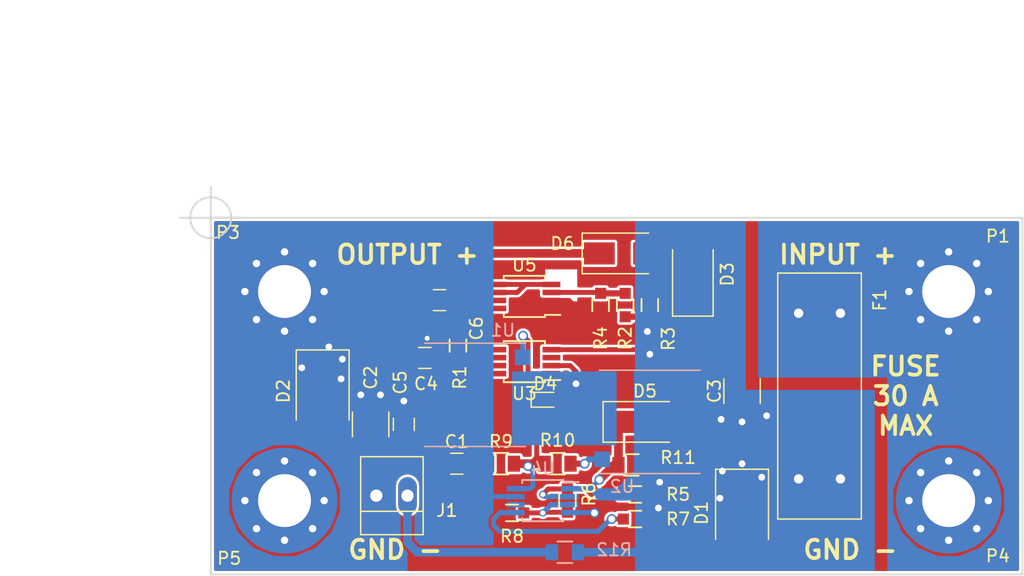
<source format=kicad_pcb>
(kicad_pcb (version 4) (host pcbnew 4.0.7-e0-6372~58~ubuntu16.10.1)

  (general
    (links 74)
    (no_connects 0)
    (area 84.650001 90.8 168.075001 137.375)
    (thickness 1.6)
    (drawings 12)
    (tracks 198)
    (zones 0)
    (modules 35)
    (nets 20)
  )

  (page A4)
  (layers
    (0 F.Cu signal)
    (31 B.Cu signal)
    (32 B.Adhes user)
    (33 F.Adhes user)
    (34 B.Paste user)
    (35 F.Paste user)
    (36 B.SilkS user)
    (37 F.SilkS user)
    (38 B.Mask user)
    (39 F.Mask user)
    (40 Dwgs.User user)
    (41 Cmts.User user)
    (42 Eco1.User user)
    (43 Eco2.User user)
    (44 Edge.Cuts user)
    (45 Margin user)
    (46 B.CrtYd user)
    (47 F.CrtYd user)
    (48 B.Fab user)
    (49 F.Fab user)
  )

  (setup
    (last_trace_width 0.25)
    (user_trace_width 0.2)
    (user_trace_width 0.25)
    (user_trace_width 0.4)
    (user_trace_width 0.508)
    (user_trace_width 0.712)
    (trace_clearance 0.2)
    (zone_clearance 0.2)
    (zone_45_only yes)
    (trace_min 0.2)
    (segment_width 0.2)
    (edge_width 0.15)
    (via_size 0.6)
    (via_drill 0.4)
    (via_min_size 0.4)
    (via_min_drill 0.3)
    (user_via 0.8 0.55)
    (user_via 0.9 0.6)
    (user_via 2 1)
    (uvia_size 0.3)
    (uvia_drill 0.1)
    (uvias_allowed no)
    (uvia_min_size 0.2)
    (uvia_min_drill 0.1)
    (pcb_text_width 0.3)
    (pcb_text_size 1.5 1.5)
    (mod_edge_width 0.15)
    (mod_text_size 1 1)
    (mod_text_width 0.15)
    (pad_size 1.524 1.524)
    (pad_drill 0.762)
    (pad_to_mask_clearance 0.2)
    (aux_axis_origin 102 108)
    (grid_origin 102 108)
    (visible_elements FFFFFF7F)
    (pcbplotparams
      (layerselection 0x010f0_80000001)
      (usegerberextensions true)
      (excludeedgelayer true)
      (linewidth 0.100000)
      (plotframeref false)
      (viasonmask false)
      (mode 1)
      (useauxorigin true)
      (hpglpennumber 1)
      (hpglpenspeed 20)
      (hpglpendiameter 15)
      (hpglpenoverlay 2)
      (psnegative false)
      (psa4output false)
      (plotreference true)
      (plotvalue true)
      (plotinvisibletext false)
      (padsonsilk false)
      (subtractmaskfromsilk false)
      (outputformat 1)
      (mirror false)
      (drillshape 0)
      (scaleselection 1)
      (outputdirectory BatterieMOSFET_GERBER/))
  )

  (net 0 "")
  (net 1 "Net-(R2-Pad2)")
  (net 2 GND)
  (net 3 VKFZ)
  (net 4 GATE)
  (net 5 SOURCE)
  (net 6 "Net-(D3-Pad1)")
  (net 7 VBAT)
  (net 8 SHDN)
  (net 9 "Net-(U5-Pad4)")
  (net 10 "Net-(R5-Pad2)")
  (net 11 "Net-(R6-Pad2)")
  (net 12 "Net-(R7-Pad1)")
  (net 13 VIN)
  (net 14 "Net-(C1-Pad2)")
  (net 15 "Net-(C4-Pad2)")
  (net 16 "Net-(D5-Pad1)")
  (net 17 "Net-(R10-Pad2)")
  (net 18 "Net-(C6-Pad1)")
  (net 19 "Net-(J1-Pad1)")

  (net_class Default "Dies ist die voreingestellte Netzklasse."
    (clearance 0.2)
    (trace_width 0.25)
    (via_dia 0.6)
    (via_drill 0.4)
    (uvia_dia 0.3)
    (uvia_drill 0.1)
    (add_net GATE)
    (add_net GND)
    (add_net "Net-(C1-Pad2)")
    (add_net "Net-(C4-Pad2)")
    (add_net "Net-(C6-Pad1)")
    (add_net "Net-(D3-Pad1)")
    (add_net "Net-(D5-Pad1)")
    (add_net "Net-(J1-Pad1)")
    (add_net "Net-(R10-Pad2)")
    (add_net "Net-(R2-Pad2)")
    (add_net "Net-(R5-Pad2)")
    (add_net "Net-(R6-Pad2)")
    (add_net "Net-(R7-Pad1)")
    (add_net "Net-(U5-Pad4)")
    (add_net SHDN)
    (add_net SOURCE)
    (add_net VBAT)
    (add_net VIN)
    (add_net VKFZ)
  )

  (module Diodes_SMD:D_SMA (layer F.Cu) (tedit 59BE84A6) (tstamp 59BB99BD)
    (at 141.2 112.6 90)
    (descr "Diode SMA (DO-214AC)")
    (tags "Diode SMA (DO-214AC)")
    (path /59BB0861)
    (attr smd)
    (fp_text reference D3 (at 0 2.8 90) (layer F.SilkS)
      (effects (font (size 1 1) (thickness 0.15)))
    )
    (fp_text value D_Zener (at 0 2.6 90) (layer F.Fab)
      (effects (font (size 1 1) (thickness 0.15)))
    )
    (fp_text user %R (at 0 -2.5 90) (layer F.Fab)
      (effects (font (size 1 1) (thickness 0.15)))
    )
    (fp_line (start -3.4 -1.65) (end -3.4 1.65) (layer F.SilkS) (width 0.12))
    (fp_line (start 2.3 1.5) (end -2.3 1.5) (layer F.Fab) (width 0.1))
    (fp_line (start -2.3 1.5) (end -2.3 -1.5) (layer F.Fab) (width 0.1))
    (fp_line (start 2.3 -1.5) (end 2.3 1.5) (layer F.Fab) (width 0.1))
    (fp_line (start 2.3 -1.5) (end -2.3 -1.5) (layer F.Fab) (width 0.1))
    (fp_line (start -3.5 -1.75) (end 3.5 -1.75) (layer F.CrtYd) (width 0.05))
    (fp_line (start 3.5 -1.75) (end 3.5 1.75) (layer F.CrtYd) (width 0.05))
    (fp_line (start 3.5 1.75) (end -3.5 1.75) (layer F.CrtYd) (width 0.05))
    (fp_line (start -3.5 1.75) (end -3.5 -1.75) (layer F.CrtYd) (width 0.05))
    (fp_line (start -0.64944 0.00102) (end -1.55114 0.00102) (layer F.Fab) (width 0.1))
    (fp_line (start 0.50118 0.00102) (end 1.4994 0.00102) (layer F.Fab) (width 0.1))
    (fp_line (start -0.64944 -0.79908) (end -0.64944 0.80112) (layer F.Fab) (width 0.1))
    (fp_line (start 0.50118 0.75032) (end 0.50118 -0.79908) (layer F.Fab) (width 0.1))
    (fp_line (start -0.64944 0.00102) (end 0.50118 0.75032) (layer F.Fab) (width 0.1))
    (fp_line (start -0.64944 0.00102) (end 0.50118 -0.79908) (layer F.Fab) (width 0.1))
    (fp_line (start -3.4 1.65) (end 2 1.65) (layer F.SilkS) (width 0.12))
    (fp_line (start -3.4 -1.65) (end 2 -1.65) (layer F.SilkS) (width 0.12))
    (pad 1 smd rect (at -2 0 90) (size 2.5 1.8) (layers F.Cu F.Paste F.Mask)
      (net 6 "Net-(D3-Pad1)"))
    (pad 2 smd rect (at 2 0 90) (size 2.5 1.8) (layers F.Cu F.Paste F.Mask)
      (net 2 GND))
    (model ${KISYS3DMOD}/Diodes_SMD.3dshapes/D_SMA.wrl
      (at (xyz 0 0 0))
      (scale (xyz 1 1 1))
      (rotate (xyz 0 0 0))
    )
  )

  (module Housings_SSOP:MSOP-8_3x3mm_Pitch0.65mm (layer F.Cu) (tedit 54130A77) (tstamp 59BB99C9)
    (at 127.5 119.7 180)
    (descr "8-Lead Plastic Micro Small Outline Package (MS) [MSOP] (see Microchip Packaging Specification 00000049BS.pdf)")
    (tags "SSOP 0.65")
    (path /59BAEEB1)
    (attr smd)
    (fp_text reference U3 (at 0 -2.6 180) (layer F.SilkS)
      (effects (font (size 1 1) (thickness 0.15)))
    )
    (fp_text value LTC4359 (at 0 2.6 180) (layer F.Fab)
      (effects (font (size 1 1) (thickness 0.15)))
    )
    (fp_line (start -0.5 -1.5) (end 1.5 -1.5) (layer F.Fab) (width 0.15))
    (fp_line (start 1.5 -1.5) (end 1.5 1.5) (layer F.Fab) (width 0.15))
    (fp_line (start 1.5 1.5) (end -1.5 1.5) (layer F.Fab) (width 0.15))
    (fp_line (start -1.5 1.5) (end -1.5 -0.5) (layer F.Fab) (width 0.15))
    (fp_line (start -1.5 -0.5) (end -0.5 -1.5) (layer F.Fab) (width 0.15))
    (fp_line (start -3.2 -1.85) (end -3.2 1.85) (layer F.CrtYd) (width 0.05))
    (fp_line (start 3.2 -1.85) (end 3.2 1.85) (layer F.CrtYd) (width 0.05))
    (fp_line (start -3.2 -1.85) (end 3.2 -1.85) (layer F.CrtYd) (width 0.05))
    (fp_line (start -3.2 1.85) (end 3.2 1.85) (layer F.CrtYd) (width 0.05))
    (fp_line (start -1.675 -1.675) (end -1.675 -1.5) (layer F.SilkS) (width 0.15))
    (fp_line (start 1.675 -1.675) (end 1.675 -1.425) (layer F.SilkS) (width 0.15))
    (fp_line (start 1.675 1.675) (end 1.675 1.425) (layer F.SilkS) (width 0.15))
    (fp_line (start -1.675 1.675) (end -1.675 1.425) (layer F.SilkS) (width 0.15))
    (fp_line (start -1.675 -1.675) (end 1.675 -1.675) (layer F.SilkS) (width 0.15))
    (fp_line (start -1.675 1.675) (end 1.675 1.675) (layer F.SilkS) (width 0.15))
    (fp_line (start -1.675 -1.5) (end -2.925 -1.5) (layer F.SilkS) (width 0.15))
    (fp_text user %R (at 0 0 180) (layer F.Fab)
      (effects (font (size 0.6 0.6) (thickness 0.15)))
    )
    (pad 1 smd rect (at -2.2 -0.975 180) (size 1.45 0.45) (layers F.Cu F.Paste F.Mask)
      (net 4 GATE))
    (pad 2 smd rect (at -2.2 -0.325 180) (size 1.45 0.45) (layers F.Cu F.Paste F.Mask)
      (net 5 SOURCE))
    (pad 3 smd rect (at -2.2 0.325 180) (size 1.45 0.45) (layers F.Cu F.Paste F.Mask))
    (pad 4 smd rect (at -2.2 0.975 180) (size 1.45 0.45) (layers F.Cu F.Paste F.Mask)
      (net 3 VKFZ))
    (pad 5 smd rect (at 2.2 0.975 180) (size 1.45 0.45) (layers F.Cu F.Paste F.Mask)
      (net 8 SHDN))
    (pad 6 smd rect (at 2.2 0.325 180) (size 1.45 0.45) (layers F.Cu F.Paste F.Mask)
      (net 15 "Net-(C4-Pad2)"))
    (pad 7 smd rect (at 2.2 -0.325 180) (size 1.45 0.45) (layers F.Cu F.Paste F.Mask))
    (pad 8 smd rect (at 2.2 -0.975 180) (size 1.45 0.45) (layers F.Cu F.Paste F.Mask)
      (net 7 VBAT))
    (model ${KISYS3DMOD}/Housings_SSOP.3dshapes/MSOP-8_3x3mm_Pitch0.65mm.wrl
      (at (xyz 0 0 0))
      (scale (xyz 1 1 1))
      (rotate (xyz 0 0 0))
    )
  )

  (module Housings_SSOP:MSOP-8_3x3mm_Pitch0.65mm (layer B.Cu) (tedit 54130A77) (tstamp 59BB99D5)
    (at 129 131 180)
    (descr "8-Lead Plastic Micro Small Outline Package (MS) [MSOP] (see Microchip Packaging Specification 00000049BS.pdf)")
    (tags "SSOP 0.65")
    (path /59BAF00F)
    (attr smd)
    (fp_text reference U4 (at 0 2.6 180) (layer B.SilkS)
      (effects (font (size 1 1) (thickness 0.15)) (justify mirror))
    )
    (fp_text value LTC4367 (at 0 -2.6 180) (layer B.Fab)
      (effects (font (size 1 1) (thickness 0.15)) (justify mirror))
    )
    (fp_line (start -0.5 1.5) (end 1.5 1.5) (layer B.Fab) (width 0.15))
    (fp_line (start 1.5 1.5) (end 1.5 -1.5) (layer B.Fab) (width 0.15))
    (fp_line (start 1.5 -1.5) (end -1.5 -1.5) (layer B.Fab) (width 0.15))
    (fp_line (start -1.5 -1.5) (end -1.5 0.5) (layer B.Fab) (width 0.15))
    (fp_line (start -1.5 0.5) (end -0.5 1.5) (layer B.Fab) (width 0.15))
    (fp_line (start -3.2 1.85) (end -3.2 -1.85) (layer B.CrtYd) (width 0.05))
    (fp_line (start 3.2 1.85) (end 3.2 -1.85) (layer B.CrtYd) (width 0.05))
    (fp_line (start -3.2 1.85) (end 3.2 1.85) (layer B.CrtYd) (width 0.05))
    (fp_line (start -3.2 -1.85) (end 3.2 -1.85) (layer B.CrtYd) (width 0.05))
    (fp_line (start -1.675 1.675) (end -1.675 1.5) (layer B.SilkS) (width 0.15))
    (fp_line (start 1.675 1.675) (end 1.675 1.425) (layer B.SilkS) (width 0.15))
    (fp_line (start 1.675 -1.675) (end 1.675 -1.425) (layer B.SilkS) (width 0.15))
    (fp_line (start -1.675 -1.675) (end -1.675 -1.425) (layer B.SilkS) (width 0.15))
    (fp_line (start -1.675 1.675) (end 1.675 1.675) (layer B.SilkS) (width 0.15))
    (fp_line (start -1.675 -1.675) (end 1.675 -1.675) (layer B.SilkS) (width 0.15))
    (fp_line (start -1.675 1.5) (end -2.925 1.5) (layer B.SilkS) (width 0.15))
    (fp_text user %R (at 0 0 180) (layer B.Fab)
      (effects (font (size 0.6 0.6) (thickness 0.15)) (justify mirror))
    )
    (pad 1 smd rect (at -2.2 0.975 180) (size 1.45 0.45) (layers B.Cu B.Paste B.Mask)
      (net 16 "Net-(D5-Pad1)"))
    (pad 2 smd rect (at -2.2 0.325 180) (size 1.45 0.45) (layers B.Cu B.Paste B.Mask)
      (net 10 "Net-(R5-Pad2)"))
    (pad 3 smd rect (at -2.2 -0.325 180) (size 1.45 0.45) (layers B.Cu B.Paste B.Mask)
      (net 11 "Net-(R6-Pad2)"))
    (pad 4 smd rect (at -2.2 -0.975 180) (size 1.45 0.45) (layers B.Cu B.Paste B.Mask)
      (net 2 GND))
    (pad 5 smd rect (at 2.2 -0.975 180) (size 1.45 0.45) (layers B.Cu B.Paste B.Mask)
      (net 12 "Net-(R7-Pad1)"))
    (pad 6 smd rect (at 2.2 -0.325 180) (size 1.45 0.45) (layers B.Cu B.Paste B.Mask))
    (pad 7 smd rect (at 2.2 0.325 180) (size 1.45 0.45) (layers B.Cu B.Paste B.Mask)
      (net 7 VBAT))
    (pad 8 smd rect (at 2.2 0.975 180) (size 1.45 0.45) (layers B.Cu B.Paste B.Mask)
      (net 4 GATE))
    (model ${KISYS3DMOD}/Housings_SSOP.3dshapes/MSOP-8_3x3mm_Pitch0.65mm.wrl
      (at (xyz 0 0 0))
      (scale (xyz 1 1 1))
      (rotate (xyz 0 0 0))
    )
  )

  (module Housings_SSOP:MSOP-8_3x3mm_Pitch0.65mm (layer F.Cu) (tedit 59BBED97) (tstamp 59BB99E1)
    (at 127.5 114.4 180)
    (descr "8-Lead Plastic Micro Small Outline Package (MS) [MSOP] (see Microchip Packaging Specification 00000049BS.pdf)")
    (tags "SSOP 0.65")
    (path /59BAEF90)
    (attr smd)
    (fp_text reference U5 (at 0 2.55 180) (layer F.SilkS)
      (effects (font (size 1 1) (thickness 0.15)))
    )
    (fp_text value LTC1540 (at 0 2.6 180) (layer F.Fab)
      (effects (font (size 1 1) (thickness 0.15)))
    )
    (fp_line (start -0.5 -1.5) (end 1.5 -1.5) (layer F.Fab) (width 0.15))
    (fp_line (start 1.5 -1.5) (end 1.5 1.5) (layer F.Fab) (width 0.15))
    (fp_line (start 1.5 1.5) (end -1.5 1.5) (layer F.Fab) (width 0.15))
    (fp_line (start -1.5 1.5) (end -1.5 -0.5) (layer F.Fab) (width 0.15))
    (fp_line (start -1.5 -0.5) (end -0.5 -1.5) (layer F.Fab) (width 0.15))
    (fp_line (start -3.2 -1.85) (end -3.2 1.85) (layer F.CrtYd) (width 0.05))
    (fp_line (start 3.2 -1.85) (end 3.2 1.85) (layer F.CrtYd) (width 0.05))
    (fp_line (start -3.2 -1.85) (end 3.2 -1.85) (layer F.CrtYd) (width 0.05))
    (fp_line (start -3.2 1.85) (end 3.2 1.85) (layer F.CrtYd) (width 0.05))
    (fp_line (start -1.675 -1.675) (end -1.675 -1.5) (layer F.SilkS) (width 0.15))
    (fp_line (start 1.675 -1.675) (end 1.675 -1.425) (layer F.SilkS) (width 0.15))
    (fp_line (start 1.675 1.675) (end 1.675 1.425) (layer F.SilkS) (width 0.15))
    (fp_line (start -1.675 1.675) (end -1.675 1.425) (layer F.SilkS) (width 0.15))
    (fp_line (start -1.675 -1.675) (end 1.675 -1.675) (layer F.SilkS) (width 0.15))
    (fp_line (start -1.675 1.675) (end 1.675 1.675) (layer F.SilkS) (width 0.15))
    (fp_line (start -1.675 -1.5) (end -2.925 -1.5) (layer F.SilkS) (width 0.15))
    (fp_text user %R (at 0 0 180) (layer F.Fab)
      (effects (font (size 0.6 0.6) (thickness 0.15)))
    )
    (pad 1 smd rect (at -2.2 -0.975 180) (size 1.45 0.45) (layers F.Cu F.Paste F.Mask)
      (net 2 GND))
    (pad 2 smd rect (at -2.2 -0.325 180) (size 1.45 0.45) (layers F.Cu F.Paste F.Mask)
      (net 2 GND))
    (pad 3 smd rect (at -2.2 0.325 180) (size 1.45 0.45) (layers F.Cu F.Paste F.Mask)
      (net 1 "Net-(R2-Pad2)"))
    (pad 4 smd rect (at -2.2 0.975 180) (size 1.45 0.45) (layers F.Cu F.Paste F.Mask)
      (net 9 "Net-(U5-Pad4)"))
    (pad 5 smd rect (at 2.2 0.975 180) (size 1.45 0.45) (layers F.Cu F.Paste F.Mask)
      (net 9 "Net-(U5-Pad4)"))
    (pad 6 smd rect (at 2.2 0.325 180) (size 1.45 0.45) (layers F.Cu F.Paste F.Mask)
      (net 9 "Net-(U5-Pad4)"))
    (pad 7 smd rect (at 2.2 -0.325 180) (size 1.45 0.45) (layers F.Cu F.Paste F.Mask)
      (net 18 "Net-(C6-Pad1)"))
    (pad 8 smd rect (at 2.2 -0.975 180) (size 1.45 0.45) (layers F.Cu F.Paste F.Mask)
      (net 8 SHDN))
    (model ${KISYS3DMOD}/Housings_SSOP.3dshapes/MSOP-8_3x3mm_Pitch0.65mm.wrl
      (at (xyz 0 0 0))
      (scale (xyz 1 1 1))
      (rotate (xyz 0 0 0))
    )
  )

  (module Diodes_SMD:D_SMB (layer F.Cu) (tedit 59BE82FF) (tstamp 59BB9A3E)
    (at 145.2 132 270)
    (descr "Diode SMB (DO-214AA)")
    (tags "Diode SMB (DO-214AA)")
    (path /56E194C1)
    (attr smd)
    (fp_text reference D1 (at 0 3.3 270) (layer F.SilkS)
      (effects (font (size 1 1) (thickness 0.15)))
    )
    (fp_text value TVS (at 0 3.1 270) (layer F.Fab)
      (effects (font (size 1 1) (thickness 0.15)))
    )
    (fp_text user %R (at 0 -3 270) (layer F.Fab)
      (effects (font (size 1 1) (thickness 0.15)))
    )
    (fp_line (start -3.55 -2.15) (end -3.55 2.15) (layer F.SilkS) (width 0.12))
    (fp_line (start 2.3 2) (end -2.3 2) (layer F.Fab) (width 0.1))
    (fp_line (start -2.3 2) (end -2.3 -2) (layer F.Fab) (width 0.1))
    (fp_line (start 2.3 -2) (end 2.3 2) (layer F.Fab) (width 0.1))
    (fp_line (start 2.3 -2) (end -2.3 -2) (layer F.Fab) (width 0.1))
    (fp_line (start -3.65 -2.25) (end 3.65 -2.25) (layer F.CrtYd) (width 0.05))
    (fp_line (start 3.65 -2.25) (end 3.65 2.25) (layer F.CrtYd) (width 0.05))
    (fp_line (start 3.65 2.25) (end -3.65 2.25) (layer F.CrtYd) (width 0.05))
    (fp_line (start -3.65 2.25) (end -3.65 -2.25) (layer F.CrtYd) (width 0.05))
    (fp_line (start -0.64944 0.00102) (end -1.55114 0.00102) (layer F.Fab) (width 0.1))
    (fp_line (start 0.50118 0.00102) (end 1.4994 0.00102) (layer F.Fab) (width 0.1))
    (fp_line (start -0.64944 -0.79908) (end -0.64944 0.80112) (layer F.Fab) (width 0.1))
    (fp_line (start 0.50118 0.75032) (end 0.50118 -0.79908) (layer F.Fab) (width 0.1))
    (fp_line (start -0.64944 0.00102) (end 0.50118 0.75032) (layer F.Fab) (width 0.1))
    (fp_line (start -0.64944 0.00102) (end 0.50118 -0.79908) (layer F.Fab) (width 0.1))
    (fp_line (start -3.55 2.15) (end 2.15 2.15) (layer F.SilkS) (width 0.12))
    (fp_line (start -3.55 -2.15) (end 2.15 -2.15) (layer F.SilkS) (width 0.12))
    (pad 1 smd rect (at -2.15 0 270) (size 2.5 2.3) (layers F.Cu F.Paste F.Mask)
      (net 3 VKFZ))
    (pad 2 smd rect (at 2.15 0 270) (size 2.5 2.3) (layers F.Cu F.Paste F.Mask)
      (net 2 GND))
    (model ${KISYS3DMOD}/Diodes_SMD.3dshapes/D_SMB.wrl
      (at (xyz 0 0 0))
      (scale (xyz 1 1 1))
      (rotate (xyz 0 0 0))
    )
  )

  (module Diodes_SMD:D_SMB (layer F.Cu) (tedit 59BE82E0) (tstamp 59BB9A43)
    (at 111.1 122.3 270)
    (descr "Diode SMB (DO-214AA)")
    (tags "Diode SMB (DO-214AA)")
    (path /56E195D3)
    (attr smd)
    (fp_text reference D2 (at -0.2 3.2 270) (layer F.SilkS)
      (effects (font (size 1 1) (thickness 0.15)))
    )
    (fp_text value TVS (at 0 3.1 270) (layer F.Fab)
      (effects (font (size 1 1) (thickness 0.15)))
    )
    (fp_text user %R (at 0 -3 270) (layer F.Fab)
      (effects (font (size 1 1) (thickness 0.15)))
    )
    (fp_line (start -3.55 -2.15) (end -3.55 2.15) (layer F.SilkS) (width 0.12))
    (fp_line (start 2.3 2) (end -2.3 2) (layer F.Fab) (width 0.1))
    (fp_line (start -2.3 2) (end -2.3 -2) (layer F.Fab) (width 0.1))
    (fp_line (start 2.3 -2) (end 2.3 2) (layer F.Fab) (width 0.1))
    (fp_line (start 2.3 -2) (end -2.3 -2) (layer F.Fab) (width 0.1))
    (fp_line (start -3.65 -2.25) (end 3.65 -2.25) (layer F.CrtYd) (width 0.05))
    (fp_line (start 3.65 -2.25) (end 3.65 2.25) (layer F.CrtYd) (width 0.05))
    (fp_line (start 3.65 2.25) (end -3.65 2.25) (layer F.CrtYd) (width 0.05))
    (fp_line (start -3.65 2.25) (end -3.65 -2.25) (layer F.CrtYd) (width 0.05))
    (fp_line (start -0.64944 0.00102) (end -1.55114 0.00102) (layer F.Fab) (width 0.1))
    (fp_line (start 0.50118 0.00102) (end 1.4994 0.00102) (layer F.Fab) (width 0.1))
    (fp_line (start -0.64944 -0.79908) (end -0.64944 0.80112) (layer F.Fab) (width 0.1))
    (fp_line (start 0.50118 0.75032) (end 0.50118 -0.79908) (layer F.Fab) (width 0.1))
    (fp_line (start -0.64944 0.00102) (end 0.50118 0.75032) (layer F.Fab) (width 0.1))
    (fp_line (start -0.64944 0.00102) (end 0.50118 -0.79908) (layer F.Fab) (width 0.1))
    (fp_line (start -3.55 2.15) (end 2.15 2.15) (layer F.SilkS) (width 0.12))
    (fp_line (start -3.55 -2.15) (end 2.15 -2.15) (layer F.SilkS) (width 0.12))
    (pad 1 smd rect (at -2.15 0 270) (size 2.5 2.3) (layers F.Cu F.Paste F.Mask)
      (net 7 VBAT))
    (pad 2 smd rect (at 2.15 0 270) (size 2.5 2.3) (layers F.Cu F.Paste F.Mask)
      (net 2 GND))
    (model ${KISYS3DMOD}/Diodes_SMD.3dshapes/D_SMB.wrl
      (at (xyz 0 0 0))
      (scale (xyz 1 1 1))
      (rotate (xyz 0 0 0))
    )
  )

  (module Resistors_SMD_Addons:R_0603_HandSolder (layer F.Cu) (tedit 59BE83D6) (tstamp 59BB9A48)
    (at 122.1 118.4 90)
    (descr "Resistor SMD 0603, reflow soldering, Vishay (see dcrcw.pdf)")
    (tags "resistor 0603 hand solder")
    (path /59BB01C9)
    (attr smd)
    (fp_text reference R1 (at -2.6 0.15 90) (layer F.SilkS)
      (effects (font (size 1 1) (thickness 0.15)))
    )
    (fp_text value 1K (at 0 1.9 90) (layer F.Fab)
      (effects (font (size 1 1) (thickness 0.15)))
    )
    (fp_line (start -0.8 0.4) (end -0.8 -0.4) (layer F.Fab) (width 0.1))
    (fp_line (start 0.8 0.4) (end -0.8 0.4) (layer F.Fab) (width 0.1))
    (fp_line (start 0.8 -0.4) (end 0.8 0.4) (layer F.Fab) (width 0.1))
    (fp_line (start -0.8 -0.4) (end 0.8 -0.4) (layer F.Fab) (width 0.1))
    (fp_line (start -1.3 -0.8) (end 1.3 -0.8) (layer F.CrtYd) (width 0.05))
    (fp_line (start -1.3 0.8) (end 1.3 0.8) (layer F.CrtYd) (width 0.05))
    (fp_line (start -1.3 -0.8) (end -1.3 0.8) (layer F.CrtYd) (width 0.05))
    (fp_line (start 1.3 -0.8) (end 1.3 0.8) (layer F.CrtYd) (width 0.05))
    (fp_line (start 0.5 0.675) (end -0.5 0.675) (layer F.SilkS) (width 0.15))
    (fp_line (start -0.5 -0.675) (end 0.5 -0.675) (layer F.SilkS) (width 0.15))
    (pad 1 smd rect (at -0.95 0 90) (size 0.9 0.9) (layers F.Cu F.Paste F.Mask)
      (net 15 "Net-(C4-Pad2)"))
    (pad 2 smd rect (at 0.95 0 90) (size 0.9 0.9) (layers F.Cu F.Paste F.Mask)
      (net 2 GND))
    (model Resistors_SMD.3dshapes/R_0603.wrl
      (at (xyz 0 0 0))
      (scale (xyz 1 1 1))
      (rotate (xyz 0 0 0))
    )
  )

  (module Resistors_SMD_Addons:R_0603_HandSolder (layer F.Cu) (tedit 59BBED8A) (tstamp 59BB9A4D)
    (at 135.7 115.1 90)
    (descr "Resistor SMD 0603, reflow soldering, Vishay (see dcrcw.pdf)")
    (tags "resistor 0603 hand solder")
    (path /59BB0B4C)
    (attr smd)
    (fp_text reference R2 (at -2.7 0 90) (layer F.SilkS)
      (effects (font (size 1 1) (thickness 0.15)))
    )
    (fp_text value R (at 0 1.9 90) (layer F.Fab)
      (effects (font (size 1 1) (thickness 0.15)))
    )
    (fp_line (start -0.8 0.4) (end -0.8 -0.4) (layer F.Fab) (width 0.1))
    (fp_line (start 0.8 0.4) (end -0.8 0.4) (layer F.Fab) (width 0.1))
    (fp_line (start 0.8 -0.4) (end 0.8 0.4) (layer F.Fab) (width 0.1))
    (fp_line (start -0.8 -0.4) (end 0.8 -0.4) (layer F.Fab) (width 0.1))
    (fp_line (start -1.3 -0.8) (end 1.3 -0.8) (layer F.CrtYd) (width 0.05))
    (fp_line (start -1.3 0.8) (end 1.3 0.8) (layer F.CrtYd) (width 0.05))
    (fp_line (start -1.3 -0.8) (end -1.3 0.8) (layer F.CrtYd) (width 0.05))
    (fp_line (start 1.3 -0.8) (end 1.3 0.8) (layer F.CrtYd) (width 0.05))
    (fp_line (start 0.5 0.675) (end -0.5 0.675) (layer F.SilkS) (width 0.15))
    (fp_line (start -0.5 -0.675) (end 0.5 -0.675) (layer F.SilkS) (width 0.15))
    (pad 1 smd rect (at -0.95 0 90) (size 0.9 0.9) (layers F.Cu F.Paste F.Mask)
      (net 3 VKFZ))
    (pad 2 smd rect (at 0.95 0 90) (size 0.9 0.9) (layers F.Cu F.Paste F.Mask)
      (net 1 "Net-(R2-Pad2)"))
    (model Resistors_SMD.3dshapes/R_0603.wrl
      (at (xyz 0 0 0))
      (scale (xyz 1 1 1))
      (rotate (xyz 0 0 0))
    )
  )

  (module Resistors_SMD_Addons:R_0603_HandSolder (layer F.Cu) (tedit 59BE848B) (tstamp 59BB9A52)
    (at 137.7 115.1 90)
    (descr "Resistor SMD 0603, reflow soldering, Vishay (see dcrcw.pdf)")
    (tags "resistor 0603 hand solder")
    (path /59BB093B)
    (attr smd)
    (fp_text reference R3 (at -2.75 1.5 90) (layer F.SilkS)
      (effects (font (size 1 1) (thickness 0.15)))
    )
    (fp_text value 2M (at 0 1.9 90) (layer F.Fab)
      (effects (font (size 1 1) (thickness 0.15)))
    )
    (fp_line (start -0.8 0.4) (end -0.8 -0.4) (layer F.Fab) (width 0.1))
    (fp_line (start 0.8 0.4) (end -0.8 0.4) (layer F.Fab) (width 0.1))
    (fp_line (start 0.8 -0.4) (end 0.8 0.4) (layer F.Fab) (width 0.1))
    (fp_line (start -0.8 -0.4) (end 0.8 -0.4) (layer F.Fab) (width 0.1))
    (fp_line (start -1.3 -0.8) (end 1.3 -0.8) (layer F.CrtYd) (width 0.05))
    (fp_line (start -1.3 0.8) (end 1.3 0.8) (layer F.CrtYd) (width 0.05))
    (fp_line (start -1.3 -0.8) (end -1.3 0.8) (layer F.CrtYd) (width 0.05))
    (fp_line (start 1.3 -0.8) (end 1.3 0.8) (layer F.CrtYd) (width 0.05))
    (fp_line (start 0.5 0.675) (end -0.5 0.675) (layer F.SilkS) (width 0.15))
    (fp_line (start -0.5 -0.675) (end 0.5 -0.675) (layer F.SilkS) (width 0.15))
    (pad 1 smd rect (at -0.95 0 90) (size 0.9 0.9) (layers F.Cu F.Paste F.Mask)
      (net 3 VKFZ))
    (pad 2 smd rect (at 0.95 0 90) (size 0.9 0.9) (layers F.Cu F.Paste F.Mask)
      (net 6 "Net-(D3-Pad1)"))
    (model Resistors_SMD.3dshapes/R_0603.wrl
      (at (xyz 0 0 0))
      (scale (xyz 1 1 1))
      (rotate (xyz 0 0 0))
    )
  )

  (module Resistors_SMD_Addons:R_0603_HandSolder (layer F.Cu) (tedit 59BBED8F) (tstamp 59BB9A57)
    (at 133.7 115.1 270)
    (descr "Resistor SMD 0603, reflow soldering, Vishay (see dcrcw.pdf)")
    (tags "resistor 0603 hand solder")
    (path /59BB0BBA)
    (attr smd)
    (fp_text reference R4 (at 2.7 0 270) (layer F.SilkS)
      (effects (font (size 1 1) (thickness 0.15)))
    )
    (fp_text value R (at 0 1.9 270) (layer F.Fab)
      (effects (font (size 1 1) (thickness 0.15)))
    )
    (fp_line (start -0.8 0.4) (end -0.8 -0.4) (layer F.Fab) (width 0.1))
    (fp_line (start 0.8 0.4) (end -0.8 0.4) (layer F.Fab) (width 0.1))
    (fp_line (start 0.8 -0.4) (end 0.8 0.4) (layer F.Fab) (width 0.1))
    (fp_line (start -0.8 -0.4) (end 0.8 -0.4) (layer F.Fab) (width 0.1))
    (fp_line (start -1.3 -0.8) (end 1.3 -0.8) (layer F.CrtYd) (width 0.05))
    (fp_line (start -1.3 0.8) (end 1.3 0.8) (layer F.CrtYd) (width 0.05))
    (fp_line (start -1.3 -0.8) (end -1.3 0.8) (layer F.CrtYd) (width 0.05))
    (fp_line (start 1.3 -0.8) (end 1.3 0.8) (layer F.CrtYd) (width 0.05))
    (fp_line (start 0.5 0.675) (end -0.5 0.675) (layer F.SilkS) (width 0.15))
    (fp_line (start -0.5 -0.675) (end 0.5 -0.675) (layer F.SilkS) (width 0.15))
    (pad 1 smd rect (at -0.95 0 270) (size 0.9 0.9) (layers F.Cu F.Paste F.Mask)
      (net 1 "Net-(R2-Pad2)"))
    (pad 2 smd rect (at 0.95 0 270) (size 0.9 0.9) (layers F.Cu F.Paste F.Mask)
      (net 2 GND))
    (model Resistors_SMD.3dshapes/R_0603.wrl
      (at (xyz 0 0 0))
      (scale (xyz 1 1 1))
      (rotate (xyz 0 0 0))
    )
  )

  (module Housings_SOIC_Addons:PowerPAK_8x8L (layer B.Cu) (tedit 59BB97E5) (tstamp 59BB9A5C)
    (at 123.5 122.4 180)
    (descr "PowerPak 8x8L")
    (tags "PowerPAK 8x8L")
    (path /59BAF29B)
    (attr smd)
    (fp_text reference U1 (at -2.25 5.25 180) (layer B.SilkS)
      (effects (font (size 1 1) (thickness 0.15)) (justify mirror))
    )
    (fp_text value SQJQ410EL (at 0 -5.05 180) (layer B.Fab)
      (effects (font (size 1 1) (thickness 0.15)) (justify mirror))
    )
    (fp_line (start -4.8 -4.3) (end -4.8 4.3) (layer B.Fab) (width 0.1))
    (fp_line (start 4.8 -4.3) (end -4.8 -4.3) (layer B.Fab) (width 0.1))
    (fp_line (start 4.8 4.3) (end 4.8 -4.3) (layer B.Fab) (width 0.1))
    (fp_line (start -4.8 4.3) (end 4.8 4.3) (layer B.Fab) (width 0.1))
    (fp_text user %R (at 0 5.25 180) (layer B.Fab)
      (effects (font (size 1 1) (thickness 0.15)) (justify mirror))
    )
    (fp_line (start -4.7 4.2) (end -4.7 -4.2) (layer B.CrtYd) (width 0.05))
    (fp_line (start 4.7 4.2) (end 4.7 -4.2) (layer B.CrtYd) (width 0.05))
    (fp_line (start -4.7 4.2) (end 4.7 4.2) (layer B.CrtYd) (width 0.05))
    (fp_line (start -4.7 -4.2) (end 4.7 -4.2) (layer B.CrtYd) (width 0.05))
    (fp_line (start -4.1 4.2) (end 4.1 4.2) (layer B.SilkS) (width 0.12))
    (fp_line (start -4.1 -4.2) (end 4.1 -4.2) (layer B.SilkS) (width 0.12))
    (pad 1 smd rect (at -3.87 3.045 180) (size 1.28 1.27) (layers B.Cu B.Paste B.Mask)
      (net 4 GATE))
    (pad 2 smd rect (at -3.87 1.015 180) (size 1.28 1.27) (layers B.Cu B.Paste B.Mask)
      (net 5 SOURCE))
    (pad 3 smd rect (at -3.87 -1.015 180) (size 1.28 1.27) (layers B.Cu B.Paste B.Mask)
      (net 5 SOURCE))
    (pad 4 smd rect (at -3.87 -3.045 180) (size 1.28 1.27) (layers B.Cu B.Paste B.Mask)
      (net 5 SOURCE))
    (pad 5 smd rect (at 4 0 180) (size 1 8) (layers B.Cu B.Paste B.Mask)
      (net 7 VBAT))
    (pad 5 smd rect (at -0.79 0 180) (size 1 8.25) (layers B.Cu B.Paste B.Mask)
      (net 7 VBAT))
    (pad 5 smd rect (at 1.5 0 180) (size 4.1 6.9) (layers B.Cu B.Paste B.Mask)
      (net 7 VBAT))
    (model ${KISYS3DMOD}/Housings_SOIC.3dshapes/PowerPAK_SO-8_Single.wrl
      (at (xyz 0 0 0))
      (scale (xyz 1 1 1))
      (rotate (xyz 0 0 0))
    )
  )

  (module Housings_SOIC_Addons:PowerPAK_8x8L (layer B.Cu) (tedit 59BB97E5) (tstamp 59BB9A71)
    (at 137.7 124.6)
    (descr "PowerPak 8x8L")
    (tags "PowerPAK 8x8L")
    (path /59BAF0CE)
    (attr smd)
    (fp_text reference U2 (at -2.25 5.25) (layer B.SilkS)
      (effects (font (size 1 1) (thickness 0.15)) (justify mirror))
    )
    (fp_text value SQJQ410EL (at 0 -5.05) (layer B.Fab)
      (effects (font (size 1 1) (thickness 0.15)) (justify mirror))
    )
    (fp_line (start -4.8 -4.3) (end -4.8 4.3) (layer B.Fab) (width 0.1))
    (fp_line (start 4.8 -4.3) (end -4.8 -4.3) (layer B.Fab) (width 0.1))
    (fp_line (start 4.8 4.3) (end 4.8 -4.3) (layer B.Fab) (width 0.1))
    (fp_line (start -4.8 4.3) (end 4.8 4.3) (layer B.Fab) (width 0.1))
    (fp_text user %R (at 0 5.25) (layer B.Fab)
      (effects (font (size 1 1) (thickness 0.15)) (justify mirror))
    )
    (fp_line (start -4.7 4.2) (end -4.7 -4.2) (layer B.CrtYd) (width 0.05))
    (fp_line (start 4.7 4.2) (end 4.7 -4.2) (layer B.CrtYd) (width 0.05))
    (fp_line (start -4.7 4.2) (end 4.7 4.2) (layer B.CrtYd) (width 0.05))
    (fp_line (start -4.7 -4.2) (end 4.7 -4.2) (layer B.CrtYd) (width 0.05))
    (fp_line (start -4.1 4.2) (end 4.1 4.2) (layer B.SilkS) (width 0.12))
    (fp_line (start -4.1 -4.2) (end 4.1 -4.2) (layer B.SilkS) (width 0.12))
    (pad 1 smd rect (at -3.87 3.045) (size 1.28 1.27) (layers B.Cu B.Paste B.Mask)
      (net 17 "Net-(R10-Pad2)"))
    (pad 2 smd rect (at -3.87 1.015) (size 1.28 1.27) (layers B.Cu B.Paste B.Mask)
      (net 5 SOURCE))
    (pad 3 smd rect (at -3.87 -1.015) (size 1.28 1.27) (layers B.Cu B.Paste B.Mask)
      (net 5 SOURCE))
    (pad 4 smd rect (at -3.87 -3.045) (size 1.28 1.27) (layers B.Cu B.Paste B.Mask)
      (net 5 SOURCE))
    (pad 5 smd rect (at 4 0) (size 1 8) (layers B.Cu B.Paste B.Mask)
      (net 3 VKFZ))
    (pad 5 smd rect (at -0.79 0) (size 1 8.25) (layers B.Cu B.Paste B.Mask)
      (net 3 VKFZ))
    (pad 5 smd rect (at 1.5 0) (size 4.1 6.9) (layers B.Cu B.Paste B.Mask)
      (net 3 VKFZ))
    (model ${KISYS3DMOD}/Housings_SOIC.3dshapes/PowerPAK_SO-8_Single.wrl
      (at (xyz 0 0 0))
      (scale (xyz 1 1 1))
      (rotate (xyz 0 0 0))
    )
  )

  (module Resistors_SMD_Addons:R_0603_HandSolder (layer F.Cu) (tedit 59BE83C6) (tstamp 59BB9EAB)
    (at 136.5 130.5 180)
    (descr "Resistor SMD 0603, reflow soldering, Vishay (see dcrcw.pdf)")
    (tags "resistor 0603 hand solder")
    (path /59BB9E7C)
    (attr smd)
    (fp_text reference R5 (at -3.5 0 180) (layer F.SilkS)
      (effects (font (size 1 1) (thickness 0.15)))
    )
    (fp_text value R (at 0 1.9 180) (layer F.Fab)
      (effects (font (size 1 1) (thickness 0.15)))
    )
    (fp_line (start -0.8 0.4) (end -0.8 -0.4) (layer F.Fab) (width 0.1))
    (fp_line (start 0.8 0.4) (end -0.8 0.4) (layer F.Fab) (width 0.1))
    (fp_line (start 0.8 -0.4) (end 0.8 0.4) (layer F.Fab) (width 0.1))
    (fp_line (start -0.8 -0.4) (end 0.8 -0.4) (layer F.Fab) (width 0.1))
    (fp_line (start -1.3 -0.8) (end 1.3 -0.8) (layer F.CrtYd) (width 0.05))
    (fp_line (start -1.3 0.8) (end 1.3 0.8) (layer F.CrtYd) (width 0.05))
    (fp_line (start -1.3 -0.8) (end -1.3 0.8) (layer F.CrtYd) (width 0.05))
    (fp_line (start 1.3 -0.8) (end 1.3 0.8) (layer F.CrtYd) (width 0.05))
    (fp_line (start 0.5 0.675) (end -0.5 0.675) (layer F.SilkS) (width 0.15))
    (fp_line (start -0.5 -0.675) (end 0.5 -0.675) (layer F.SilkS) (width 0.15))
    (pad 1 smd rect (at -0.95 0 180) (size 0.9 0.9) (layers F.Cu F.Paste F.Mask)
      (net 3 VKFZ))
    (pad 2 smd rect (at 0.95 0 180) (size 0.9 0.9) (layers F.Cu F.Paste F.Mask)
      (net 10 "Net-(R5-Pad2)"))
    (model Resistors_SMD.3dshapes/R_0603.wrl
      (at (xyz 0 0 0))
      (scale (xyz 1 1 1))
      (rotate (xyz 0 0 0))
    )
  )

  (module Resistors_SMD_Addons:R_0603_HandSolder (layer F.Cu) (tedit 59BE83BF) (tstamp 59BB9EB1)
    (at 131 131 270)
    (descr "Resistor SMD 0603, reflow soldering, Vishay (see dcrcw.pdf)")
    (tags "resistor 0603 hand solder")
    (path /59BB9FFD)
    (attr smd)
    (fp_text reference R6 (at -0.5 -1.75 270) (layer F.SilkS)
      (effects (font (size 1 1) (thickness 0.15)))
    )
    (fp_text value R (at 0 1.9 270) (layer F.Fab)
      (effects (font (size 1 1) (thickness 0.15)))
    )
    (fp_line (start -0.8 0.4) (end -0.8 -0.4) (layer F.Fab) (width 0.1))
    (fp_line (start 0.8 0.4) (end -0.8 0.4) (layer F.Fab) (width 0.1))
    (fp_line (start 0.8 -0.4) (end 0.8 0.4) (layer F.Fab) (width 0.1))
    (fp_line (start -0.8 -0.4) (end 0.8 -0.4) (layer F.Fab) (width 0.1))
    (fp_line (start -1.3 -0.8) (end 1.3 -0.8) (layer F.CrtYd) (width 0.05))
    (fp_line (start -1.3 0.8) (end 1.3 0.8) (layer F.CrtYd) (width 0.05))
    (fp_line (start -1.3 -0.8) (end -1.3 0.8) (layer F.CrtYd) (width 0.05))
    (fp_line (start 1.3 -0.8) (end 1.3 0.8) (layer F.CrtYd) (width 0.05))
    (fp_line (start 0.5 0.675) (end -0.5 0.675) (layer F.SilkS) (width 0.15))
    (fp_line (start -0.5 -0.675) (end 0.5 -0.675) (layer F.SilkS) (width 0.15))
    (pad 1 smd rect (at -0.95 0 270) (size 0.9 0.9) (layers F.Cu F.Paste F.Mask)
      (net 10 "Net-(R5-Pad2)"))
    (pad 2 smd rect (at 0.95 0 270) (size 0.9 0.9) (layers F.Cu F.Paste F.Mask)
      (net 11 "Net-(R6-Pad2)"))
    (model Resistors_SMD.3dshapes/R_0603.wrl
      (at (xyz 0 0 0))
      (scale (xyz 1 1 1))
      (rotate (xyz 0 0 0))
    )
  )

  (module Resistors_SMD_Addons:R_0603_HandSolder (layer F.Cu) (tedit 59BE83A8) (tstamp 59BB9EB7)
    (at 136.5 132.5)
    (descr "Resistor SMD 0603, reflow soldering, Vishay (see dcrcw.pdf)")
    (tags "resistor 0603 hand solder")
    (path /59BBA3D9)
    (attr smd)
    (fp_text reference R7 (at 3.5 0) (layer F.SilkS)
      (effects (font (size 1 1) (thickness 0.15)))
    )
    (fp_text value 511K (at 0 1.9) (layer F.Fab)
      (effects (font (size 1 1) (thickness 0.15)))
    )
    (fp_line (start -0.8 0.4) (end -0.8 -0.4) (layer F.Fab) (width 0.1))
    (fp_line (start 0.8 0.4) (end -0.8 0.4) (layer F.Fab) (width 0.1))
    (fp_line (start 0.8 -0.4) (end 0.8 0.4) (layer F.Fab) (width 0.1))
    (fp_line (start -0.8 -0.4) (end 0.8 -0.4) (layer F.Fab) (width 0.1))
    (fp_line (start -1.3 -0.8) (end 1.3 -0.8) (layer F.CrtYd) (width 0.05))
    (fp_line (start -1.3 0.8) (end 1.3 0.8) (layer F.CrtYd) (width 0.05))
    (fp_line (start -1.3 -0.8) (end -1.3 0.8) (layer F.CrtYd) (width 0.05))
    (fp_line (start 1.3 -0.8) (end 1.3 0.8) (layer F.CrtYd) (width 0.05))
    (fp_line (start 0.5 0.675) (end -0.5 0.675) (layer F.SilkS) (width 0.15))
    (fp_line (start -0.5 -0.675) (end 0.5 -0.675) (layer F.SilkS) (width 0.15))
    (pad 1 smd rect (at -0.95 0) (size 0.9 0.9) (layers F.Cu F.Paste F.Mask)
      (net 12 "Net-(R7-Pad1)"))
    (pad 2 smd rect (at 0.95 0) (size 0.9 0.9) (layers F.Cu F.Paste F.Mask)
      (net 3 VKFZ))
    (model Resistors_SMD.3dshapes/R_0603.wrl
      (at (xyz 0 0 0))
      (scale (xyz 1 1 1))
      (rotate (xyz 0 0 0))
    )
  )

  (module Resistors_SMD_Addons:R_0603_HandSolder (layer F.Cu) (tedit 583AC727) (tstamp 59BB9EBD)
    (at 126.5 132 180)
    (descr "Resistor SMD 0603, reflow soldering, Vishay (see dcrcw.pdf)")
    (tags "resistor 0603 hand solder")
    (path /59BBA05D)
    (attr smd)
    (fp_text reference R8 (at 0 -1.9 180) (layer F.SilkS)
      (effects (font (size 1 1) (thickness 0.15)))
    )
    (fp_text value R (at 0 1.9 180) (layer F.Fab)
      (effects (font (size 1 1) (thickness 0.15)))
    )
    (fp_line (start -0.8 0.4) (end -0.8 -0.4) (layer F.Fab) (width 0.1))
    (fp_line (start 0.8 0.4) (end -0.8 0.4) (layer F.Fab) (width 0.1))
    (fp_line (start 0.8 -0.4) (end 0.8 0.4) (layer F.Fab) (width 0.1))
    (fp_line (start -0.8 -0.4) (end 0.8 -0.4) (layer F.Fab) (width 0.1))
    (fp_line (start -1.3 -0.8) (end 1.3 -0.8) (layer F.CrtYd) (width 0.05))
    (fp_line (start -1.3 0.8) (end 1.3 0.8) (layer F.CrtYd) (width 0.05))
    (fp_line (start -1.3 -0.8) (end -1.3 0.8) (layer F.CrtYd) (width 0.05))
    (fp_line (start 1.3 -0.8) (end 1.3 0.8) (layer F.CrtYd) (width 0.05))
    (fp_line (start 0.5 0.675) (end -0.5 0.675) (layer F.SilkS) (width 0.15))
    (fp_line (start -0.5 -0.675) (end 0.5 -0.675) (layer F.SilkS) (width 0.15))
    (pad 1 smd rect (at -0.95 0 180) (size 0.9 0.9) (layers F.Cu F.Paste F.Mask)
      (net 11 "Net-(R6-Pad2)"))
    (pad 2 smd rect (at 0.95 0 180) (size 0.9 0.9) (layers F.Cu F.Paste F.Mask)
      (net 2 GND))
    (model Resistors_SMD.3dshapes/R_0603.wrl
      (at (xyz 0 0 0))
      (scale (xyz 1 1 1))
      (rotate (xyz 0 0 0))
    )
  )

  (module Mounting_Holes:MountingHole_4.3mm_M4_Pad_Via (layer F.Cu) (tedit 59BE837E) (tstamp 59BBB532)
    (at 162 114)
    (descr "Mounting Hole 4.3mm, M4")
    (tags "mounting hole 4.3mm m4")
    (path /56E19212)
    (fp_text reference P1 (at 4 -4.5) (layer F.SilkS)
      (effects (font (size 1 1) (thickness 0.15)))
    )
    (fp_text value CONN_01X01 (at 0 5.3) (layer F.Fab)
      (effects (font (size 1 1) (thickness 0.15)))
    )
    (fp_circle (center 0 0) (end 4.3 0) (layer Cmts.User) (width 0.15))
    (fp_circle (center 0 0) (end 4.55 0) (layer F.CrtYd) (width 0.05))
    (pad 1 thru_hole circle (at 0 0) (size 8.6 8.6) (drill 4.3) (layers *.Cu *.Mask)
      (net 13 VIN))
    (pad "" thru_hole circle (at 3.225 0) (size 0.7 0.7) (drill 0.6) (layers *.Cu *.Mask))
    (pad "" thru_hole circle (at 2.280419 2.280419) (size 0.7 0.7) (drill 0.6) (layers *.Cu *.Mask))
    (pad "" thru_hole circle (at 0 3.225) (size 0.7 0.7) (drill 0.6) (layers *.Cu *.Mask))
    (pad "" thru_hole circle (at -2.280419 2.280419) (size 0.7 0.7) (drill 0.6) (layers *.Cu *.Mask))
    (pad "" thru_hole circle (at -3.225 0) (size 0.7 0.7) (drill 0.6) (layers *.Cu *.Mask))
    (pad "" thru_hole circle (at -2.280419 -2.280419) (size 0.7 0.7) (drill 0.6) (layers *.Cu *.Mask))
    (pad "" thru_hole circle (at 0 -3.225) (size 0.7 0.7) (drill 0.6) (layers *.Cu *.Mask))
    (pad "" thru_hole circle (at 2.280419 -2.280419) (size 0.7 0.7) (drill 0.6) (layers *.Cu *.Mask))
  )

  (module Mounting_Holes:MountingHole_4.3mm_M4_Pad_Via (layer F.Cu) (tedit 59BE8224) (tstamp 59BBB53E)
    (at 108 114)
    (descr "Mounting Hole 4.3mm, M4")
    (tags "mounting hole 4.3mm m4")
    (path /56E19288)
    (fp_text reference P3 (at -4.6 -4.8) (layer F.SilkS)
      (effects (font (size 1 1) (thickness 0.15)))
    )
    (fp_text value CONN_01X01 (at 0 5.3) (layer F.Fab)
      (effects (font (size 1 1) (thickness 0.15)))
    )
    (fp_circle (center 0 0) (end 4.3 0) (layer Cmts.User) (width 0.15))
    (fp_circle (center 0 0) (end 4.55 0) (layer F.CrtYd) (width 0.05))
    (pad 1 thru_hole circle (at 0 0) (size 8.6 8.6) (drill 4.3) (layers *.Cu *.Mask)
      (net 7 VBAT))
    (pad "" thru_hole circle (at 3.225 0) (size 0.7 0.7) (drill 0.6) (layers *.Cu *.Mask))
    (pad "" thru_hole circle (at 2.280419 2.280419) (size 0.7 0.7) (drill 0.6) (layers *.Cu *.Mask))
    (pad "" thru_hole circle (at 0 3.225) (size 0.7 0.7) (drill 0.6) (layers *.Cu *.Mask))
    (pad "" thru_hole circle (at -2.280419 2.280419) (size 0.7 0.7) (drill 0.6) (layers *.Cu *.Mask))
    (pad "" thru_hole circle (at -3.225 0) (size 0.7 0.7) (drill 0.6) (layers *.Cu *.Mask))
    (pad "" thru_hole circle (at -2.280419 -2.280419) (size 0.7 0.7) (drill 0.6) (layers *.Cu *.Mask))
    (pad "" thru_hole circle (at 0 -3.225) (size 0.7 0.7) (drill 0.6) (layers *.Cu *.Mask))
    (pad "" thru_hole circle (at 2.280419 -2.280419) (size 0.7 0.7) (drill 0.6) (layers *.Cu *.Mask))
  )

  (module Mounting_Holes:MountingHole_4.3mm_M4_Pad_Via (layer F.Cu) (tedit 59BE839D) (tstamp 59BBB54A)
    (at 162 131)
    (descr "Mounting Hole 4.3mm, M4")
    (tags "mounting hole 4.3mm m4")
    (path /56E19C5A)
    (fp_text reference P4 (at 4 4.5) (layer F.SilkS)
      (effects (font (size 1 1) (thickness 0.15)))
    )
    (fp_text value CONN_01X01 (at 0 5.3) (layer F.Fab)
      (effects (font (size 1 1) (thickness 0.15)))
    )
    (fp_circle (center 0 0) (end 4.3 0) (layer Cmts.User) (width 0.15))
    (fp_circle (center 0 0) (end 4.55 0) (layer F.CrtYd) (width 0.05))
    (pad 1 thru_hole circle (at 0 0) (size 8.6 8.6) (drill 4.3) (layers *.Cu *.Mask)
      (net 2 GND))
    (pad "" thru_hole circle (at 3.225 0) (size 0.7 0.7) (drill 0.6) (layers *.Cu *.Mask))
    (pad "" thru_hole circle (at 2.280419 2.280419) (size 0.7 0.7) (drill 0.6) (layers *.Cu *.Mask))
    (pad "" thru_hole circle (at 0 3.225) (size 0.7 0.7) (drill 0.6) (layers *.Cu *.Mask))
    (pad "" thru_hole circle (at -2.280419 2.280419) (size 0.7 0.7) (drill 0.6) (layers *.Cu *.Mask))
    (pad "" thru_hole circle (at -3.225 0) (size 0.7 0.7) (drill 0.6) (layers *.Cu *.Mask))
    (pad "" thru_hole circle (at -2.280419 -2.280419) (size 0.7 0.7) (drill 0.6) (layers *.Cu *.Mask))
    (pad "" thru_hole circle (at 0 -3.225) (size 0.7 0.7) (drill 0.6) (layers *.Cu *.Mask))
    (pad "" thru_hole circle (at 2.280419 -2.280419) (size 0.7 0.7) (drill 0.6) (layers *.Cu *.Mask))
  )

  (module Mounting_Holes:MountingHole_4.3mm_M4_Pad_Via (layer F.Cu) (tedit 59BE82E7) (tstamp 59BBB556)
    (at 108 131)
    (descr "Mounting Hole 4.3mm, M4")
    (tags "mounting hole 4.3mm m4")
    (path /56E19CE5)
    (fp_text reference P5 (at -4.5 4.7) (layer F.SilkS)
      (effects (font (size 1 1) (thickness 0.15)))
    )
    (fp_text value CONN_01X01 (at 0 5.3) (layer F.Fab)
      (effects (font (size 1 1) (thickness 0.15)))
    )
    (fp_circle (center 0 0) (end 4.3 0) (layer Cmts.User) (width 0.15))
    (fp_circle (center 0 0) (end 4.55 0) (layer F.CrtYd) (width 0.05))
    (pad 1 thru_hole circle (at 0 0) (size 8.6 8.6) (drill 4.3) (layers *.Cu *.Mask)
      (net 2 GND))
    (pad "" thru_hole circle (at 3.225 0) (size 0.7 0.7) (drill 0.6) (layers *.Cu *.Mask))
    (pad "" thru_hole circle (at 2.280419 2.280419) (size 0.7 0.7) (drill 0.6) (layers *.Cu *.Mask))
    (pad "" thru_hole circle (at 0 3.225) (size 0.7 0.7) (drill 0.6) (layers *.Cu *.Mask))
    (pad "" thru_hole circle (at -2.280419 2.280419) (size 0.7 0.7) (drill 0.6) (layers *.Cu *.Mask))
    (pad "" thru_hole circle (at -3.225 0) (size 0.7 0.7) (drill 0.6) (layers *.Cu *.Mask))
    (pad "" thru_hole circle (at -2.280419 -2.280419) (size 0.7 0.7) (drill 0.6) (layers *.Cu *.Mask))
    (pad "" thru_hole circle (at 0 -3.225) (size 0.7 0.7) (drill 0.6) (layers *.Cu *.Mask))
    (pad "" thru_hole circle (at 2.280419 -2.280419) (size 0.7 0.7) (drill 0.6) (layers *.Cu *.Mask))
  )

  (module FUSE_SMD_Addons:Keystone_3557_2 (layer F.Cu) (tedit 59BBF10C) (tstamp 59BBF1AE)
    (at 151.5 122.5 270)
    (descr "Keystone 3557-2")
    (tags "car blade fuse keystone")
    (path /59BBB49C)
    (fp_text reference F1 (at -7.8 -4.9 270) (layer F.SilkS)
      (effects (font (size 1 1) (thickness 0.15)))
    )
    (fp_text value Fuse (at 0 5 270) (layer F.Fab)
      (effects (font (size 0.8 0.8) (thickness 0.15)))
    )
    (fp_line (start -10.2 -3.6) (end 10.2 -3.6) (layer F.Fab) (width 0.1))
    (fp_line (start 10.2 -3.6) (end 10.2 3.6) (layer F.Fab) (width 0.1))
    (fp_line (start 10.2 3.6) (end -10.2 3.6) (layer F.Fab) (width 0.1))
    (fp_line (start -10.2 3.6) (end -10.2 -3.6) (layer F.Fab) (width 0.1))
    (fp_line (start -10.2 -3.6) (end 10.2 -3.6) (layer F.CrtYd) (width 0.05))
    (fp_line (start -10.2 -3.6) (end -10.2 3.6) (layer F.CrtYd) (width 0.05))
    (fp_line (start 10.2 3.6) (end 10.2 -3.6) (layer F.CrtYd) (width 0.05))
    (fp_line (start 10.2 3.6) (end -10.2 3.6) (layer F.CrtYd) (width 0.05))
    (fp_line (start -10 -3.4) (end 10 -3.4) (layer F.SilkS) (width 0.12))
    (fp_line (start -10 -3.4) (end -10 3.4) (layer F.SilkS) (width 0.12))
    (fp_line (start 10 3.4) (end 10 -3.4) (layer F.SilkS) (width 0.12))
    (fp_line (start 10 3.4) (end -10 3.4) (layer F.SilkS) (width 0.12))
    (pad 2 thru_hole circle (at 6.735 1.7 270) (size 1.6 1.6) (drill 0.762) (layers *.Cu *.Mask)
      (net 3 VKFZ))
    (pad 2 thru_hole circle (at 6.735 -1.7 270) (size 1.6 1.6) (drill 0.762) (layers *.Cu *.Mask)
      (net 3 VKFZ))
    (pad 1 thru_hole circle (at -6.735 1.7 270) (size 1.6 1.6) (drill 0.762) (layers *.Cu *.Mask)
      (net 13 VIN))
    (pad 1 thru_hole circle (at -6.735 -1.7 270) (size 1.6 1.6) (drill 0.762) (layers *.Cu *.Mask)
      (net 13 VIN))
    (model Fuse_Holders_and_Fuses.3dshapes/BladeFuse-CarType.wrl
      (at (xyz 0 0 0))
      (scale (xyz 0.39 0.39 0.39))
      (rotate (xyz 0 0 0))
    )
  )

  (module Capacitors_SMD:C_0805 (layer F.Cu) (tedit 59BE8515) (tstamp 59BE8227)
    (at 122 128)
    (descr "Capacitor SMD 0805, reflow soldering, AVX (see smccp.pdf)")
    (tags "capacitor 0805")
    (path /59BE8FE4)
    (attr smd)
    (fp_text reference C1 (at 0 -1.8) (layer F.SilkS)
      (effects (font (size 1 1) (thickness 0.15)))
    )
    (fp_text value 10nF (at 0 1.75) (layer F.Fab)
      (effects (font (size 1 1) (thickness 0.15)))
    )
    (fp_text user %R (at 0 -1.5) (layer F.Fab)
      (effects (font (size 1 1) (thickness 0.15)))
    )
    (fp_line (start -1 0.62) (end -1 -0.62) (layer F.Fab) (width 0.1))
    (fp_line (start 1 0.62) (end -1 0.62) (layer F.Fab) (width 0.1))
    (fp_line (start 1 -0.62) (end 1 0.62) (layer F.Fab) (width 0.1))
    (fp_line (start -1 -0.62) (end 1 -0.62) (layer F.Fab) (width 0.1))
    (fp_line (start 0.5 -0.85) (end -0.5 -0.85) (layer F.SilkS) (width 0.12))
    (fp_line (start -0.5 0.85) (end 0.5 0.85) (layer F.SilkS) (width 0.12))
    (fp_line (start -1.75 -0.88) (end 1.75 -0.88) (layer F.CrtYd) (width 0.05))
    (fp_line (start -1.75 -0.88) (end -1.75 0.87) (layer F.CrtYd) (width 0.05))
    (fp_line (start 1.75 0.87) (end 1.75 -0.88) (layer F.CrtYd) (width 0.05))
    (fp_line (start 1.75 0.87) (end -1.75 0.87) (layer F.CrtYd) (width 0.05))
    (pad 1 smd rect (at -1 0) (size 1 1.25) (layers F.Cu F.Paste F.Mask)
      (net 2 GND))
    (pad 2 smd rect (at 1 0) (size 1 1.25) (layers F.Cu F.Paste F.Mask)
      (net 14 "Net-(C1-Pad2)"))
    (model Capacitors_SMD.3dshapes/C_0805.wrl
      (at (xyz 0 0 0))
      (scale (xyz 1 1 1))
      (rotate (xyz 0 0 0))
    )
  )

  (module Capacitors_SMD:C_1210 (layer F.Cu) (tedit 59BE96DF) (tstamp 59BE8238)
    (at 115 124.8 270)
    (descr "Capacitor SMD 1210, reflow soldering, AVX (see smccp.pdf)")
    (tags "capacitor 1210")
    (path /59BE842E)
    (attr smd)
    (fp_text reference C2 (at -3.8 0 270) (layer F.SilkS)
      (effects (font (size 1 1) (thickness 0.15)))
    )
    (fp_text value 10uF (at 0 2.5 270) (layer F.Fab)
      (effects (font (size 1 1) (thickness 0.15)))
    )
    (fp_text user %R (at 0 -2.25 270) (layer F.Fab)
      (effects (font (size 1 1) (thickness 0.15)))
    )
    (fp_line (start -1.6 1.25) (end -1.6 -1.25) (layer F.Fab) (width 0.1))
    (fp_line (start 1.6 1.25) (end -1.6 1.25) (layer F.Fab) (width 0.1))
    (fp_line (start 1.6 -1.25) (end 1.6 1.25) (layer F.Fab) (width 0.1))
    (fp_line (start -1.6 -1.25) (end 1.6 -1.25) (layer F.Fab) (width 0.1))
    (fp_line (start 1 -1.48) (end -1 -1.48) (layer F.SilkS) (width 0.12))
    (fp_line (start -1 1.48) (end 1 1.48) (layer F.SilkS) (width 0.12))
    (fp_line (start -2.25 -1.5) (end 2.25 -1.5) (layer F.CrtYd) (width 0.05))
    (fp_line (start -2.25 -1.5) (end -2.25 1.5) (layer F.CrtYd) (width 0.05))
    (fp_line (start 2.25 1.5) (end 2.25 -1.5) (layer F.CrtYd) (width 0.05))
    (fp_line (start 2.25 1.5) (end -2.25 1.5) (layer F.CrtYd) (width 0.05))
    (pad 1 smd rect (at -1.5 0 270) (size 1 2.5) (layers F.Cu F.Paste F.Mask)
      (net 7 VBAT))
    (pad 2 smd rect (at 1.5 0 270) (size 1 2.5) (layers F.Cu F.Paste F.Mask)
      (net 2 GND))
    (model Capacitors_SMD.3dshapes/C_1210.wrl
      (at (xyz 0 0 0))
      (scale (xyz 1 1 1))
      (rotate (xyz 0 0 0))
    )
  )

  (module Capacitors_SMD:C_1210 (layer F.Cu) (tedit 58AA84E2) (tstamp 59BE8249)
    (at 145.2 122.1 90)
    (descr "Capacitor SMD 1210, reflow soldering, AVX (see smccp.pdf)")
    (tags "capacitor 1210")
    (path /59BE860C)
    (attr smd)
    (fp_text reference C3 (at 0 -2.25 90) (layer F.SilkS)
      (effects (font (size 1 1) (thickness 0.15)))
    )
    (fp_text value 10uF (at 0 2.5 90) (layer F.Fab)
      (effects (font (size 1 1) (thickness 0.15)))
    )
    (fp_text user %R (at 0 -2.25 90) (layer F.Fab)
      (effects (font (size 1 1) (thickness 0.15)))
    )
    (fp_line (start -1.6 1.25) (end -1.6 -1.25) (layer F.Fab) (width 0.1))
    (fp_line (start 1.6 1.25) (end -1.6 1.25) (layer F.Fab) (width 0.1))
    (fp_line (start 1.6 -1.25) (end 1.6 1.25) (layer F.Fab) (width 0.1))
    (fp_line (start -1.6 -1.25) (end 1.6 -1.25) (layer F.Fab) (width 0.1))
    (fp_line (start 1 -1.48) (end -1 -1.48) (layer F.SilkS) (width 0.12))
    (fp_line (start -1 1.48) (end 1 1.48) (layer F.SilkS) (width 0.12))
    (fp_line (start -2.25 -1.5) (end 2.25 -1.5) (layer F.CrtYd) (width 0.05))
    (fp_line (start -2.25 -1.5) (end -2.25 1.5) (layer F.CrtYd) (width 0.05))
    (fp_line (start 2.25 1.5) (end 2.25 -1.5) (layer F.CrtYd) (width 0.05))
    (fp_line (start 2.25 1.5) (end -2.25 1.5) (layer F.CrtYd) (width 0.05))
    (pad 1 smd rect (at -1.5 0 90) (size 1 2.5) (layers F.Cu F.Paste F.Mask)
      (net 3 VKFZ))
    (pad 2 smd rect (at 1.5 0 90) (size 1 2.5) (layers F.Cu F.Paste F.Mask)
      (net 2 GND))
    (model Capacitors_SMD.3dshapes/C_1210.wrl
      (at (xyz 0 0 0))
      (scale (xyz 1 1 1))
      (rotate (xyz 0 0 0))
    )
  )

  (module Capacitors_SMD:C_0805 (layer F.Cu) (tedit 59BE83DC) (tstamp 59BE825A)
    (at 119.4 119.4)
    (descr "Capacitor SMD 0805, reflow soldering, AVX (see smccp.pdf)")
    (tags "capacitor 0805")
    (path /59BE7FAE)
    (attr smd)
    (fp_text reference C4 (at 0.1 2.1) (layer F.SilkS)
      (effects (font (size 1 1) (thickness 0.15)))
    )
    (fp_text value C (at 0 1.75) (layer F.Fab)
      (effects (font (size 1 1) (thickness 0.15)))
    )
    (fp_text user %R (at 0 -1.5) (layer F.Fab)
      (effects (font (size 1 1) (thickness 0.15)))
    )
    (fp_line (start -1 0.62) (end -1 -0.62) (layer F.Fab) (width 0.1))
    (fp_line (start 1 0.62) (end -1 0.62) (layer F.Fab) (width 0.1))
    (fp_line (start 1 -0.62) (end 1 0.62) (layer F.Fab) (width 0.1))
    (fp_line (start -1 -0.62) (end 1 -0.62) (layer F.Fab) (width 0.1))
    (fp_line (start 0.5 -0.85) (end -0.5 -0.85) (layer F.SilkS) (width 0.12))
    (fp_line (start -0.5 0.85) (end 0.5 0.85) (layer F.SilkS) (width 0.12))
    (fp_line (start -1.75 -0.88) (end 1.75 -0.88) (layer F.CrtYd) (width 0.05))
    (fp_line (start -1.75 -0.88) (end -1.75 0.87) (layer F.CrtYd) (width 0.05))
    (fp_line (start 1.75 0.87) (end 1.75 -0.88) (layer F.CrtYd) (width 0.05))
    (fp_line (start 1.75 0.87) (end -1.75 0.87) (layer F.CrtYd) (width 0.05))
    (pad 1 smd rect (at -1 0) (size 1 1.25) (layers F.Cu F.Paste F.Mask)
      (net 7 VBAT))
    (pad 2 smd rect (at 1 0) (size 1 1.25) (layers F.Cu F.Paste F.Mask)
      (net 15 "Net-(C4-Pad2)"))
    (model Capacitors_SMD.3dshapes/C_0805.wrl
      (at (xyz 0 0 0))
      (scale (xyz 1 1 1))
      (rotate (xyz 0 0 0))
    )
  )

  (module Capacitors_SMD:C_0805 (layer F.Cu) (tedit 59BE96E5) (tstamp 59BE826B)
    (at 117.7 124.8 270)
    (descr "Capacitor SMD 0805, reflow soldering, AVX (see smccp.pdf)")
    (tags "capacitor 0805")
    (path /59BE9CF9)
    (attr smd)
    (fp_text reference C5 (at -3.4 0.3 270) (layer F.SilkS)
      (effects (font (size 1 1) (thickness 0.15)))
    )
    (fp_text value 47pF (at 0 1.75 270) (layer F.Fab)
      (effects (font (size 1 1) (thickness 0.15)))
    )
    (fp_text user %R (at 0 -1.5 270) (layer F.Fab)
      (effects (font (size 1 1) (thickness 0.15)))
    )
    (fp_line (start -1 0.62) (end -1 -0.62) (layer F.Fab) (width 0.1))
    (fp_line (start 1 0.62) (end -1 0.62) (layer F.Fab) (width 0.1))
    (fp_line (start 1 -0.62) (end 1 0.62) (layer F.Fab) (width 0.1))
    (fp_line (start -1 -0.62) (end 1 -0.62) (layer F.Fab) (width 0.1))
    (fp_line (start 0.5 -0.85) (end -0.5 -0.85) (layer F.SilkS) (width 0.12))
    (fp_line (start -0.5 0.85) (end 0.5 0.85) (layer F.SilkS) (width 0.12))
    (fp_line (start -1.75 -0.88) (end 1.75 -0.88) (layer F.CrtYd) (width 0.05))
    (fp_line (start -1.75 -0.88) (end -1.75 0.87) (layer F.CrtYd) (width 0.05))
    (fp_line (start 1.75 0.87) (end 1.75 -0.88) (layer F.CrtYd) (width 0.05))
    (fp_line (start 1.75 0.87) (end -1.75 0.87) (layer F.CrtYd) (width 0.05))
    (pad 1 smd rect (at -1 0 270) (size 1 1.25) (layers F.Cu F.Paste F.Mask)
      (net 7 VBAT))
    (pad 2 smd rect (at 1 0 270) (size 1 1.25) (layers F.Cu F.Paste F.Mask)
      (net 2 GND))
    (model Capacitors_SMD.3dshapes/C_0805.wrl
      (at (xyz 0 0 0))
      (scale (xyz 1 1 1))
      (rotate (xyz 0 0 0))
    )
  )

  (module Capacitors_SMD:C_0805 (layer F.Cu) (tedit 59BE824F) (tstamp 59BE827C)
    (at 120.6 114.7 180)
    (descr "Capacitor SMD 0805, reflow soldering, AVX (see smccp.pdf)")
    (tags "capacitor 0805")
    (path /59BE98A7)
    (attr smd)
    (fp_text reference C6 (at -3 -2.3 270) (layer F.SilkS)
      (effects (font (size 1 1) (thickness 0.15)))
    )
    (fp_text value 100nF (at 0 1.75 180) (layer F.Fab)
      (effects (font (size 1 1) (thickness 0.15)))
    )
    (fp_text user %R (at -3.1 -2.4 270) (layer F.Fab)
      (effects (font (size 1 1) (thickness 0.15)))
    )
    (fp_line (start -1 0.62) (end -1 -0.62) (layer F.Fab) (width 0.1))
    (fp_line (start 1 0.62) (end -1 0.62) (layer F.Fab) (width 0.1))
    (fp_line (start 1 -0.62) (end 1 0.62) (layer F.Fab) (width 0.1))
    (fp_line (start -1 -0.62) (end 1 -0.62) (layer F.Fab) (width 0.1))
    (fp_line (start 0.5 -0.85) (end -0.5 -0.85) (layer F.SilkS) (width 0.12))
    (fp_line (start -0.5 0.85) (end 0.5 0.85) (layer F.SilkS) (width 0.12))
    (fp_line (start -1.75 -0.88) (end 1.75 -0.88) (layer F.CrtYd) (width 0.05))
    (fp_line (start -1.75 -0.88) (end -1.75 0.87) (layer F.CrtYd) (width 0.05))
    (fp_line (start 1.75 0.87) (end 1.75 -0.88) (layer F.CrtYd) (width 0.05))
    (fp_line (start 1.75 0.87) (end -1.75 0.87) (layer F.CrtYd) (width 0.05))
    (pad 1 smd rect (at -1 0 180) (size 1 1.25) (layers F.Cu F.Paste F.Mask)
      (net 18 "Net-(C6-Pad1)"))
    (pad 2 smd rect (at 1 0 180) (size 1 1.25) (layers F.Cu F.Paste F.Mask)
      (net 2 GND))
    (model Capacitors_SMD.3dshapes/C_0805.wrl
      (at (xyz 0 0 0))
      (scale (xyz 1 1 1))
      (rotate (xyz 0 0 0))
    )
  )

  (module Diodes_SMD:D_SOD-523 (layer F.Cu) (tedit 586419F0) (tstamp 59BE8294)
    (at 129.2 122.8)
    (descr "http://www.diodes.com/datasheets/ap02001.pdf p.144")
    (tags "Diode SOD523")
    (path /59BE9E15)
    (attr smd)
    (fp_text reference D4 (at 0 -1.3) (layer F.SilkS)
      (effects (font (size 1 1) (thickness 0.15)))
    )
    (fp_text value DDZ9699T (at 0 1.4) (layer F.Fab)
      (effects (font (size 1 1) (thickness 0.15)))
    )
    (fp_text user %R (at 0 -1.3) (layer F.Fab)
      (effects (font (size 1 1) (thickness 0.15)))
    )
    (fp_line (start -1.15 -0.6) (end -1.15 0.6) (layer F.SilkS) (width 0.12))
    (fp_line (start 1.25 -0.7) (end 1.25 0.7) (layer F.CrtYd) (width 0.05))
    (fp_line (start -1.25 -0.7) (end 1.25 -0.7) (layer F.CrtYd) (width 0.05))
    (fp_line (start -1.25 0.7) (end -1.25 -0.7) (layer F.CrtYd) (width 0.05))
    (fp_line (start 1.25 0.7) (end -1.25 0.7) (layer F.CrtYd) (width 0.05))
    (fp_line (start 0.1 0) (end 0.25 0) (layer F.Fab) (width 0.1))
    (fp_line (start 0.1 -0.2) (end -0.2 0) (layer F.Fab) (width 0.1))
    (fp_line (start 0.1 0.2) (end 0.1 -0.2) (layer F.Fab) (width 0.1))
    (fp_line (start -0.2 0) (end 0.1 0.2) (layer F.Fab) (width 0.1))
    (fp_line (start -0.2 0) (end -0.35 0) (layer F.Fab) (width 0.1))
    (fp_line (start -0.2 0.2) (end -0.2 -0.2) (layer F.Fab) (width 0.1))
    (fp_line (start 0.65 -0.45) (end 0.65 0.45) (layer F.Fab) (width 0.1))
    (fp_line (start -0.65 -0.45) (end 0.65 -0.45) (layer F.Fab) (width 0.1))
    (fp_line (start -0.65 0.45) (end -0.65 -0.45) (layer F.Fab) (width 0.1))
    (fp_line (start 0.65 0.45) (end -0.65 0.45) (layer F.Fab) (width 0.1))
    (fp_line (start 0.7 -0.6) (end -1.15 -0.6) (layer F.SilkS) (width 0.12))
    (fp_line (start 0.7 0.6) (end -1.15 0.6) (layer F.SilkS) (width 0.12))
    (pad 2 smd rect (at 0.7 0 180) (size 0.6 0.7) (layers F.Cu F.Paste F.Mask)
      (net 5 SOURCE))
    (pad 1 smd rect (at -0.7 0 180) (size 0.6 0.7) (layers F.Cu F.Paste F.Mask)
      (net 4 GATE))
    (model ${KISYS3DMOD}/Diodes_SMD.3dshapes/D_SOD-523.wrl
      (at (xyz 0 0 0))
      (scale (xyz 1 1 1))
      (rotate (xyz 0 0 0))
    )
  )

  (module Diodes_SMD:D_SMA (layer F.Cu) (tedit 586432E5) (tstamp 59BE82AC)
    (at 137.3 124.6)
    (descr "Diode SMA (DO-214AC)")
    (tags "Diode SMA (DO-214AC)")
    (path /59BE7770)
    (attr smd)
    (fp_text reference D5 (at 0 -2.5) (layer F.SilkS)
      (effects (font (size 1 1) (thickness 0.15)))
    )
    (fp_text value D_Zener (at 0 2.6) (layer F.Fab)
      (effects (font (size 1 1) (thickness 0.15)))
    )
    (fp_text user %R (at 0 -2.5) (layer F.Fab)
      (effects (font (size 1 1) (thickness 0.15)))
    )
    (fp_line (start -3.4 -1.65) (end -3.4 1.65) (layer F.SilkS) (width 0.12))
    (fp_line (start 2.3 1.5) (end -2.3 1.5) (layer F.Fab) (width 0.1))
    (fp_line (start -2.3 1.5) (end -2.3 -1.5) (layer F.Fab) (width 0.1))
    (fp_line (start 2.3 -1.5) (end 2.3 1.5) (layer F.Fab) (width 0.1))
    (fp_line (start 2.3 -1.5) (end -2.3 -1.5) (layer F.Fab) (width 0.1))
    (fp_line (start -3.5 -1.75) (end 3.5 -1.75) (layer F.CrtYd) (width 0.05))
    (fp_line (start 3.5 -1.75) (end 3.5 1.75) (layer F.CrtYd) (width 0.05))
    (fp_line (start 3.5 1.75) (end -3.5 1.75) (layer F.CrtYd) (width 0.05))
    (fp_line (start -3.5 1.75) (end -3.5 -1.75) (layer F.CrtYd) (width 0.05))
    (fp_line (start -0.64944 0.00102) (end -1.55114 0.00102) (layer F.Fab) (width 0.1))
    (fp_line (start 0.50118 0.00102) (end 1.4994 0.00102) (layer F.Fab) (width 0.1))
    (fp_line (start -0.64944 -0.79908) (end -0.64944 0.80112) (layer F.Fab) (width 0.1))
    (fp_line (start 0.50118 0.75032) (end 0.50118 -0.79908) (layer F.Fab) (width 0.1))
    (fp_line (start -0.64944 0.00102) (end 0.50118 0.75032) (layer F.Fab) (width 0.1))
    (fp_line (start -0.64944 0.00102) (end 0.50118 -0.79908) (layer F.Fab) (width 0.1))
    (fp_line (start -3.4 1.65) (end 2 1.65) (layer F.SilkS) (width 0.12))
    (fp_line (start -3.4 -1.65) (end 2 -1.65) (layer F.SilkS) (width 0.12))
    (pad 1 smd rect (at -2 0) (size 2.5 1.8) (layers F.Cu F.Paste F.Mask)
      (net 16 "Net-(D5-Pad1)"))
    (pad 2 smd rect (at 2 0) (size 2.5 1.8) (layers F.Cu F.Paste F.Mask)
      (net 2 GND))
    (model ${KISYS3DMOD}/Diodes_SMD.3dshapes/D_SMA.wrl
      (at (xyz 0 0 0))
      (scale (xyz 1 1 1))
      (rotate (xyz 0 0 0))
    )
  )

  (module Diodes_SMD:D_SMA (layer F.Cu) (tedit 59BE84AB) (tstamp 59BE82C4)
    (at 135.6 110.9)
    (descr "Diode SMA (DO-214AC)")
    (tags "Diode SMA (DO-214AC)")
    (path /59BE9019)
    (attr smd)
    (fp_text reference D6 (at -5 -0.8) (layer F.SilkS)
      (effects (font (size 1 1) (thickness 0.15)))
    )
    (fp_text value D_Zener (at 0 2.6) (layer F.Fab)
      (effects (font (size 1 1) (thickness 0.15)))
    )
    (fp_text user %R (at 0 -2.5) (layer F.Fab)
      (effects (font (size 1 1) (thickness 0.15)))
    )
    (fp_line (start -3.4 -1.65) (end -3.4 1.65) (layer F.SilkS) (width 0.12))
    (fp_line (start 2.3 1.5) (end -2.3 1.5) (layer F.Fab) (width 0.1))
    (fp_line (start -2.3 1.5) (end -2.3 -1.5) (layer F.Fab) (width 0.1))
    (fp_line (start 2.3 -1.5) (end 2.3 1.5) (layer F.Fab) (width 0.1))
    (fp_line (start 2.3 -1.5) (end -2.3 -1.5) (layer F.Fab) (width 0.1))
    (fp_line (start -3.5 -1.75) (end 3.5 -1.75) (layer F.CrtYd) (width 0.05))
    (fp_line (start 3.5 -1.75) (end 3.5 1.75) (layer F.CrtYd) (width 0.05))
    (fp_line (start 3.5 1.75) (end -3.5 1.75) (layer F.CrtYd) (width 0.05))
    (fp_line (start -3.5 1.75) (end -3.5 -1.75) (layer F.CrtYd) (width 0.05))
    (fp_line (start -0.64944 0.00102) (end -1.55114 0.00102) (layer F.Fab) (width 0.1))
    (fp_line (start 0.50118 0.00102) (end 1.4994 0.00102) (layer F.Fab) (width 0.1))
    (fp_line (start -0.64944 -0.79908) (end -0.64944 0.80112) (layer F.Fab) (width 0.1))
    (fp_line (start 0.50118 0.75032) (end 0.50118 -0.79908) (layer F.Fab) (width 0.1))
    (fp_line (start -0.64944 0.00102) (end 0.50118 0.75032) (layer F.Fab) (width 0.1))
    (fp_line (start -0.64944 0.00102) (end 0.50118 -0.79908) (layer F.Fab) (width 0.1))
    (fp_line (start -3.4 1.65) (end 2 1.65) (layer F.SilkS) (width 0.12))
    (fp_line (start -3.4 -1.65) (end 2 -1.65) (layer F.SilkS) (width 0.12))
    (pad 1 smd rect (at -2 0) (size 2.5 1.8) (layers F.Cu F.Paste F.Mask)
      (net 18 "Net-(C6-Pad1)"))
    (pad 2 smd rect (at 2 0) (size 2.5 1.8) (layers F.Cu F.Paste F.Mask)
      (net 6 "Net-(D3-Pad1)"))
    (model ${KISYS3DMOD}/Diodes_SMD.3dshapes/D_SMA.wrl
      (at (xyz 0 0 0))
      (scale (xyz 1 1 1))
      (rotate (xyz 0 0 0))
    )
  )

  (module Resistors_SMD_Addons:R_0805_HandSolder (layer F.Cu) (tedit 59BE8519) (tstamp 59BE82D4)
    (at 125.6 128)
    (descr "Resistor SMD 0805, reflow soldering, Vishay (see dcrcw.pdf)")
    (tags "resistor 0805 handsoldering")
    (path /59BE8EDE)
    (attr smd)
    (fp_text reference R9 (at 0 -1.8) (layer F.SilkS)
      (effects (font (size 1 1) (thickness 0.15)))
    )
    (fp_text value 10K (at 0 2.1) (layer F.Fab)
      (effects (font (size 1 1) (thickness 0.15)))
    )
    (fp_line (start -1 0.625) (end -1 -0.625) (layer F.Fab) (width 0.1))
    (fp_line (start 1 0.625) (end -1 0.625) (layer F.Fab) (width 0.1))
    (fp_line (start 1 -0.625) (end 1 0.625) (layer F.Fab) (width 0.1))
    (fp_line (start -1 -0.625) (end 1 -0.625) (layer F.Fab) (width 0.1))
    (fp_line (start -1.6 -1) (end 1.6 -1) (layer F.CrtYd) (width 0.05))
    (fp_line (start -1.6 1) (end 1.6 1) (layer F.CrtYd) (width 0.05))
    (fp_line (start -1.6 -1) (end -1.6 1) (layer F.CrtYd) (width 0.05))
    (fp_line (start 1.6 -1) (end 1.6 1) (layer F.CrtYd) (width 0.05))
    (fp_line (start 0.6 0.875) (end -0.6 0.875) (layer F.SilkS) (width 0.15))
    (fp_line (start -0.6 -0.875) (end 0.6 -0.875) (layer F.SilkS) (width 0.15))
    (pad 1 smd rect (at -1.05 0) (size 1 1.3) (layers F.Cu F.Paste F.Mask)
      (net 14 "Net-(C1-Pad2)"))
    (pad 2 smd rect (at 1.05 0) (size 1 1.3) (layers F.Cu F.Paste F.Mask)
      (net 4 GATE))
    (model Resistors_SMD.3dshapes/R_0805.wrl
      (at (xyz 0 0 0))
      (scale (xyz 1 1 1))
      (rotate (xyz 0 0 0))
    )
  )

  (module Resistors_SMD_Addons:R_0805_HandSolder (layer F.Cu) (tedit 59BE851C) (tstamp 59BE82E4)
    (at 130.2 128)
    (descr "Resistor SMD 0805, reflow soldering, Vishay (see dcrcw.pdf)")
    (tags "resistor 0805 handsoldering")
    (path /59BE8D1F)
    (attr smd)
    (fp_text reference R10 (at 0 -1.9) (layer F.SilkS)
      (effects (font (size 1 1) (thickness 0.15)))
    )
    (fp_text value 10R (at 0 2.1) (layer F.Fab)
      (effects (font (size 1 1) (thickness 0.15)))
    )
    (fp_line (start -1 0.625) (end -1 -0.625) (layer F.Fab) (width 0.1))
    (fp_line (start 1 0.625) (end -1 0.625) (layer F.Fab) (width 0.1))
    (fp_line (start 1 -0.625) (end 1 0.625) (layer F.Fab) (width 0.1))
    (fp_line (start -1 -0.625) (end 1 -0.625) (layer F.Fab) (width 0.1))
    (fp_line (start -1.6 -1) (end 1.6 -1) (layer F.CrtYd) (width 0.05))
    (fp_line (start -1.6 1) (end 1.6 1) (layer F.CrtYd) (width 0.05))
    (fp_line (start -1.6 -1) (end -1.6 1) (layer F.CrtYd) (width 0.05))
    (fp_line (start 1.6 -1) (end 1.6 1) (layer F.CrtYd) (width 0.05))
    (fp_line (start 0.6 0.875) (end -0.6 0.875) (layer F.SilkS) (width 0.15))
    (fp_line (start -0.6 -0.875) (end 0.6 -0.875) (layer F.SilkS) (width 0.15))
    (pad 1 smd rect (at -1.05 0) (size 1 1.3) (layers F.Cu F.Paste F.Mask)
      (net 4 GATE))
    (pad 2 smd rect (at 1.05 0) (size 1 1.3) (layers F.Cu F.Paste F.Mask)
      (net 17 "Net-(R10-Pad2)"))
    (model Resistors_SMD.3dshapes/R_0805.wrl
      (at (xyz 0 0 0))
      (scale (xyz 1 1 1))
      (rotate (xyz 0 0 0))
    )
  )

  (module Resistors_SMD_Addons:R_0805_HandSolder (layer F.Cu) (tedit 59BE83AE) (tstamp 59BE82F4)
    (at 136.2 128.1 180)
    (descr "Resistor SMD 0805, reflow soldering, Vishay (see dcrcw.pdf)")
    (tags "resistor 0805 handsoldering")
    (path /59BE7A81)
    (attr smd)
    (fp_text reference R11 (at -3.8 0.6 180) (layer F.SilkS)
      (effects (font (size 1 1) (thickness 0.15)))
    )
    (fp_text value 1K (at 0 2.1 180) (layer F.Fab)
      (effects (font (size 1 1) (thickness 0.15)))
    )
    (fp_line (start -1 0.625) (end -1 -0.625) (layer F.Fab) (width 0.1))
    (fp_line (start 1 0.625) (end -1 0.625) (layer F.Fab) (width 0.1))
    (fp_line (start 1 -0.625) (end 1 0.625) (layer F.Fab) (width 0.1))
    (fp_line (start -1 -0.625) (end 1 -0.625) (layer F.Fab) (width 0.1))
    (fp_line (start -1.6 -1) (end 1.6 -1) (layer F.CrtYd) (width 0.05))
    (fp_line (start -1.6 1) (end 1.6 1) (layer F.CrtYd) (width 0.05))
    (fp_line (start -1.6 -1) (end -1.6 1) (layer F.CrtYd) (width 0.05))
    (fp_line (start 1.6 -1) (end 1.6 1) (layer F.CrtYd) (width 0.05))
    (fp_line (start 0.6 0.875) (end -0.6 0.875) (layer F.SilkS) (width 0.15))
    (fp_line (start -0.6 -0.875) (end 0.6 -0.875) (layer F.SilkS) (width 0.15))
    (pad 1 smd rect (at -1.05 0 180) (size 1 1.3) (layers F.Cu F.Paste F.Mask)
      (net 3 VKFZ))
    (pad 2 smd rect (at 1.05 0 180) (size 1 1.3) (layers F.Cu F.Paste F.Mask)
      (net 16 "Net-(D5-Pad1)"))
    (model Resistors_SMD.3dshapes/R_0805.wrl
      (at (xyz 0 0 0))
      (scale (xyz 1 1 1))
      (rotate (xyz 0 0 0))
    )
  )

  (module Connect:PINHEAD1-2 (layer F.Cu) (tedit 59BE9701) (tstamp 59BE985E)
    (at 118 130.6 180)
    (path /59BEBE00)
    (fp_text reference J1 (at -3.2 -1.2 180) (layer F.SilkS)
      (effects (font (size 1 1) (thickness 0.15)))
    )
    (fp_text value CONN_01X02 (at 1.27 3.81 180) (layer F.Fab)
      (effects (font (size 1 1) (thickness 0.15)))
    )
    (fp_line (start 3.81 -1.27) (end -1.27 -1.27) (layer F.SilkS) (width 0.12))
    (fp_line (start 3.81 3.17) (end -1.27 3.17) (layer F.SilkS) (width 0.12))
    (fp_line (start -1.27 -3.17) (end 3.81 -3.17) (layer F.SilkS) (width 0.12))
    (fp_line (start -1.27 -3.17) (end -1.27 3.17) (layer F.SilkS) (width 0.12))
    (fp_line (start 3.81 -3.17) (end 3.81 3.17) (layer F.SilkS) (width 0.12))
    (fp_line (start -1.52 -3.42) (end 4.06 -3.42) (layer F.CrtYd) (width 0.05))
    (fp_line (start -1.52 -3.42) (end -1.52 3.42) (layer F.CrtYd) (width 0.05))
    (fp_line (start 4.06 3.42) (end 4.06 -3.42) (layer F.CrtYd) (width 0.05))
    (fp_line (start 4.06 3.42) (end -1.52 3.42) (layer F.CrtYd) (width 0.05))
    (pad 1 thru_hole oval (at 0 0 180) (size 1.51 3.01) (drill 1) (layers *.Cu *.Mask)
      (net 19 "Net-(J1-Pad1)"))
    (pad 2 thru_hole oval (at 2.54 0 180) (size 1.51 3.01) (drill 1) (layers *.Cu *.Mask)
      (net 7 VBAT))
  )

  (module Resistors_SMD_Addons:R_0805_HandSolder (layer B.Cu) (tedit 59BE9723) (tstamp 59BE986E)
    (at 130.8 135.2)
    (descr "Resistor SMD 0805, reflow soldering, Vishay (see dcrcw.pdf)")
    (tags "resistor 0805 handsoldering")
    (path /59BEBEFF)
    (attr smd)
    (fp_text reference R12 (at 4 -0.2) (layer B.SilkS)
      (effects (font (size 1 1) (thickness 0.15)) (justify mirror))
    )
    (fp_text value 10K (at 0 -2.1) (layer B.Fab)
      (effects (font (size 1 1) (thickness 0.15)) (justify mirror))
    )
    (fp_line (start -1 -0.625) (end -1 0.625) (layer B.Fab) (width 0.1))
    (fp_line (start 1 -0.625) (end -1 -0.625) (layer B.Fab) (width 0.1))
    (fp_line (start 1 0.625) (end 1 -0.625) (layer B.Fab) (width 0.1))
    (fp_line (start -1 0.625) (end 1 0.625) (layer B.Fab) (width 0.1))
    (fp_line (start -1.6 1) (end 1.6 1) (layer B.CrtYd) (width 0.05))
    (fp_line (start -1.6 -1) (end 1.6 -1) (layer B.CrtYd) (width 0.05))
    (fp_line (start -1.6 1) (end -1.6 -1) (layer B.CrtYd) (width 0.05))
    (fp_line (start 1.6 1) (end 1.6 -1) (layer B.CrtYd) (width 0.05))
    (fp_line (start 0.6 -0.875) (end -0.6 -0.875) (layer B.SilkS) (width 0.15))
    (fp_line (start -0.6 0.875) (end 0.6 0.875) (layer B.SilkS) (width 0.15))
    (pad 1 smd rect (at -1.05 0) (size 1 1.3) (layers B.Cu B.Paste B.Mask)
      (net 19 "Net-(J1-Pad1)"))
    (pad 2 smd rect (at 1.05 0) (size 1 1.3) (layers B.Cu B.Paste B.Mask)
      (net 3 VKFZ))
    (model Resistors_SMD.3dshapes/R_0805.wrl
      (at (xyz 0 0 0))
      (scale (xyz 1 1 1))
      (rotate (xyz 0 0 0))
    )
  )

  (gr_text "FUSE\n30 A\nMAX\n" (at 158.5 122.5) (layer F.SilkS)
    (effects (font (size 1.5 1.5) (thickness 0.3)))
  )
  (gr_text "GND -" (at 117 135) (layer F.SilkS)
    (effects (font (size 1.5 1.5) (thickness 0.3)))
  )
  (gr_text "OUTPUT +\n" (at 118 111) (layer F.SilkS)
    (effects (font (size 1.5 1.5) (thickness 0.3)))
  )
  (gr_text "GND -" (at 154 135) (layer F.SilkS)
    (effects (font (size 1.5 1.5) (thickness 0.3)))
  )
  (gr_text "INPUT +\n" (at 153 111) (layer F.SilkS)
    (effects (font (size 1.5 1.5) (thickness 0.3)))
  )
  (dimension 29 (width 0.3) (layer Dwgs.User)
    (gr_text "29,000 mm" (at 91.15 122.5 270) (layer Dwgs.User)
      (effects (font (size 1.5 1.5) (thickness 0.3)))
    )
    (feature1 (pts (xy 102 137) (xy 89.8 137)))
    (feature2 (pts (xy 102 108) (xy 89.8 108)))
    (crossbar (pts (xy 92.5 108) (xy 92.5 137)))
    (arrow1a (pts (xy 92.5 137) (xy 91.913579 135.873496)))
    (arrow1b (pts (xy 92.5 137) (xy 93.086421 135.873496)))
    (arrow2a (pts (xy 92.5 108) (xy 91.913579 109.126504)))
    (arrow2b (pts (xy 92.5 108) (xy 93.086421 109.126504)))
  )
  (dimension 66 (width 0.3) (layer Dwgs.User)
    (gr_text "66,000 mm" (at 135 92.15) (layer Dwgs.User)
      (effects (font (size 1.5 1.5) (thickness 0.3)))
    )
    (feature1 (pts (xy 102 108) (xy 102 90.8)))
    (feature2 (pts (xy 168 108) (xy 168 90.8)))
    (crossbar (pts (xy 168 93.5) (xy 102 93.5)))
    (arrow1a (pts (xy 102 93.5) (xy 103.126504 92.913579)))
    (arrow1b (pts (xy 102 93.5) (xy 103.126504 94.086421)))
    (arrow2a (pts (xy 168 93.5) (xy 166.873496 92.913579)))
    (arrow2b (pts (xy 168 93.5) (xy 166.873496 94.086421)))
  )
  (gr_line (start 102 137) (end 168 137) (angle 90) (layer Edge.Cuts) (width 0.15))
  (gr_line (start 102 108) (end 102 137) (angle 90) (layer Edge.Cuts) (width 0.15))
  (gr_line (start 168 108) (end 102 108) (angle 90) (layer Edge.Cuts) (width 0.15))
  (gr_line (start 168 137) (end 168 108) (angle 90) (layer Edge.Cuts) (width 0.15))
  (target plus (at 102 108) (size 5) (width 0.15) (layer Edge.Cuts))

  (segment (start 129.7 114.075) (end 133.625 114.075) (width 0.4) (layer F.Cu) (net 1))
  (segment (start 133.625 114.075) (end 133.7 114.15) (width 0.25) (layer F.Cu) (net 1) (tstamp 59BBA1F0))
  (segment (start 135.7 114.15) (end 133.7 114.15) (width 0.508) (layer F.Cu) (net 1))
  (segment (start 129.7 115.375) (end 131.175 115.375) (width 0.4) (layer F.Cu) (net 2))
  (segment (start 131.175 115.375) (end 131.85 116.05) (width 0.4) (layer F.Cu) (net 2) (tstamp 59BBB273))
  (segment (start 129.7 114.725) (end 131.125 114.725) (width 0.4) (layer F.Cu) (net 2))
  (segment (start 131.85 116.05) (end 133.7 116.05) (width 0.4) (layer F.Cu) (net 2) (tstamp 59BBB270))
  (segment (start 131.6 115.8) (end 131.85 116.05) (width 0.4) (layer F.Cu) (net 2) (tstamp 59BBB26F))
  (segment (start 131.6 115.2) (end 131.6 115.8) (width 0.4) (layer F.Cu) (net 2) (tstamp 59BBB26D))
  (segment (start 131.125 114.725) (end 131.6 115.2) (width 0.4) (layer F.Cu) (net 2) (tstamp 59BBB26B))
  (segment (start 131.2 131.975) (end 133.175 131.975) (width 0.4) (layer B.Cu) (net 2))
  (via (at 133.2 132) (size 0.8) (drill 0.55) (layers F.Cu B.Cu) (net 2))
  (segment (start 133.175 131.975) (end 133.2 132) (width 0.4) (layer B.Cu) (net 2) (tstamp 59BBB24F))
  (segment (start 131.85 135.2) (end 137.4 135.2) (width 0.712) (layer B.Cu) (net 3))
  (segment (start 138.4 134.2) (end 138.4 131.6) (width 0.712) (layer B.Cu) (net 3) (tstamp 59BE9919))
  (segment (start 137.4 135.2) (end 138.4 134.2) (width 0.712) (layer B.Cu) (net 3) (tstamp 59BE9918))
  (segment (start 149.8 129.235) (end 146.935 129.235) (width 0.712) (layer F.Cu) (net 3))
  (via (at 146.8 129.1) (size 0.8) (drill 0.55) (layers F.Cu B.Cu) (net 3))
  (segment (start 146.8 129.1) (end 146.05 129.85) (width 0.712) (layer F.Cu) (net 3) (tstamp 59BE86A4))
  (segment (start 146.935 129.235) (end 146.8 129.1) (width 0.712) (layer F.Cu) (net 3) (tstamp 59BE86A9))
  (segment (start 145.2 129.85) (end 146.05 129.85) (width 0.712) (layer F.Cu) (net 3))
  (segment (start 145.2 129.85) (end 145.2 128) (width 0.712) (layer F.Cu) (net 3))
  (via (at 145.2 128) (size 0.8) (drill 0.55) (layers F.Cu B.Cu) (net 3))
  (segment (start 145.2 129.85) (end 144.85 129.85) (width 0.712) (layer F.Cu) (net 3))
  (segment (start 144.85 129.85) (end 143.6 128.6) (width 0.712) (layer F.Cu) (net 3) (tstamp 59BE869C))
  (via (at 143.6 128.6) (size 0.8) (drill 0.55) (layers F.Cu B.Cu) (net 3))
  (segment (start 145.2 129.85) (end 144.35 129.85) (width 0.712) (layer F.Cu) (net 3))
  (segment (start 144.35 129.85) (end 143.4 130.8) (width 0.712) (layer F.Cu) (net 3) (tstamp 59BE8698))
  (via (at 143.4 130.8) (size 0.8) (drill 0.55) (layers F.Cu B.Cu) (net 3))
  (segment (start 145.2 123.6) (end 144.3 123.6) (width 0.712) (layer F.Cu) (net 3))
  (segment (start 144.3 123.6) (end 143.5 124.4) (width 0.712) (layer F.Cu) (net 3) (tstamp 59BE8694))
  (via (at 143.5 124.4) (size 0.8) (drill 0.55) (layers F.Cu B.Cu) (net 3))
  (segment (start 145.2 123.6) (end 145.2 124.6) (width 0.712) (layer F.Cu) (net 3))
  (via (at 145.2 124.6) (size 0.8) (drill 0.55) (layers F.Cu B.Cu) (net 3))
  (segment (start 145.2 123.6) (end 146.7 123.6) (width 0.712) (layer F.Cu) (net 3))
  (via (at 147.2 124.1) (size 0.8) (drill 0.55) (layers F.Cu B.Cu) (net 3))
  (segment (start 146.7 123.6) (end 147.2 124.1) (width 0.712) (layer F.Cu) (net 3) (tstamp 59BE868C))
  (segment (start 137.45 129.4) (end 138.4 129.4) (width 0.712) (layer F.Cu) (net 3))
  (via (at 138.5 129.5) (size 0.8) (drill 0.55) (layers F.Cu B.Cu) (net 3))
  (segment (start 138.4 129.4) (end 138.5 129.5) (width 0.712) (layer F.Cu) (net 3) (tstamp 59BE8574))
  (segment (start 137.25 128.1) (end 137.4 128.1) (width 0.712) (layer F.Cu) (net 3))
  (segment (start 137.4 128.1) (end 137.45 128.15) (width 0.712) (layer F.Cu) (net 3) (tstamp 59BE856E))
  (segment (start 137.45 128.15) (end 137.45 129.4) (width 0.712) (layer F.Cu) (net 3) (tstamp 59BE856F))
  (segment (start 137.45 129.4) (end 137.45 130.5) (width 0.712) (layer F.Cu) (net 3) (tstamp 59BE8572))
  (segment (start 129.7 118.725) (end 137.325 118.725) (width 0.4) (layer F.Cu) (net 3))
  (via (at 137.7 119.1) (size 0.8) (drill 0.55) (layers F.Cu B.Cu) (net 3))
  (segment (start 137.325 118.725) (end 137.7 119.1) (width 0.4) (layer F.Cu) (net 3) (tstamp 59BBED45))
  (segment (start 138.4 131.6) (end 138.35 131.6) (width 0.4) (layer F.Cu) (net 3))
  (segment (start 138.35 131.6) (end 137.45 132.5) (width 0.4) (layer F.Cu) (net 3) (tstamp 59BBB21A))
  (segment (start 139.2 124.6) (end 139.2 130.8) (width 0.4) (layer B.Cu) (net 3))
  (segment (start 138.4 131.6) (end 137.45 130.65) (width 0.4) (layer F.Cu) (net 3) (tstamp 59BBB216))
  (via (at 138.4 131.6) (size 0.8) (drill 0.55) (layers F.Cu B.Cu) (net 3))
  (segment (start 139.2 130.8) (end 138.4 131.6) (width 0.4) (layer B.Cu) (net 3) (tstamp 59BBB211))
  (segment (start 137.45 130.65) (end 137.45 130.5) (width 0.4) (layer F.Cu) (net 3) (tstamp 59BBB217))
  (segment (start 136.91 126.89) (end 139.2 124.6) (width 0.25) (layer B.Cu) (net 3) (tstamp 59BBA4E6))
  (segment (start 137.5 117.25) (end 137.5 118.5) (width 0.25) (layer B.Cu) (net 3))
  (via (at 137.5 117.25) (size 0.8) (drill 0.55) (layers F.Cu B.Cu) (net 3))
  (segment (start 137.5 118.5) (end 137.75 118.75) (width 0.25) (layer B.Cu) (net 3) (tstamp 59BBA135))
  (segment (start 139.2 120.2) (end 139.2 124.6) (width 0.25) (layer B.Cu) (net 3) (tstamp 59BBA131))
  (segment (start 137.75 118.75) (end 139.2 120.2) (width 0.25) (layer B.Cu) (net 3) (tstamp 59BBA12F))
  (segment (start 135.7 116.05) (end 137.6 116.05) (width 0.508) (layer F.Cu) (net 3))
  (segment (start 137.6 117.15) (end 137.5 117.25) (width 0.25) (layer F.Cu) (net 3) (tstamp 59BBA125))
  (segment (start 137.6 116.05) (end 137.6 117.15) (width 0.4) (layer F.Cu) (net 3))
  (segment (start 129.15 128) (end 126.65 128) (width 0.712) (layer F.Cu) (net 4))
  (segment (start 127.8 120.6) (end 127.8 122.1) (width 0.4) (layer F.Cu) (net 4))
  (segment (start 127.8 122.1) (end 128.5 122.8) (width 0.4) (layer F.Cu) (net 4) (tstamp 59BE8489))
  (segment (start 127.8 120.675) (end 127.8 120.6) (width 0.4) (layer F.Cu) (net 4))
  (segment (start 127.8 120.6) (end 127.8 118) (width 0.4) (layer F.Cu) (net 4) (tstamp 59BE8487))
  (segment (start 127.37 117.63) (end 127.37 119.355) (width 0.4) (layer B.Cu) (net 4) (tstamp 59BE8481))
  (segment (start 127.4 117.6) (end 127.37 117.63) (width 0.4) (layer B.Cu) (net 4) (tstamp 59BE8480))
  (via (at 127.4 117.6) (size 0.8) (drill 0.55) (layers F.Cu B.Cu) (net 4))
  (segment (start 127.8 118) (end 127.4 117.6) (width 0.4) (layer F.Cu) (net 4) (tstamp 59BE847E))
  (segment (start 128.5 122.8) (end 128.5 127.5) (width 0.4) (layer F.Cu) (net 4))
  (segment (start 128.5 127.5) (end 127.8 128.2) (width 0.4) (layer F.Cu) (net 4) (tstamp 59BE8479))
  (segment (start 129.7 120.675) (end 127.8 120.675) (width 0.4) (layer F.Cu) (net 4))
  (segment (start 129.15 128) (end 128 128) (width 0.508) (layer F.Cu) (net 4))
  (segment (start 128 128) (end 127.8 128.2) (width 0.508) (layer F.Cu) (net 4) (tstamp 59BE8426))
  (segment (start 126.65 128) (end 127.6 128) (width 0.508) (layer F.Cu) (net 4))
  (segment (start 127.6 128) (end 127.8 128.2) (width 0.508) (layer F.Cu) (net 4) (tstamp 59BE8423))
  (segment (start 127.975 130.025) (end 128.2 129.8) (width 0.4) (layer B.Cu) (net 4) (tstamp 59BE841D))
  (segment (start 127.975 130.025) (end 126.8 130.025) (width 0.4) (layer B.Cu) (net 4))
  (via (at 127.8 128.2) (size 0.8) (drill 0.55) (layers F.Cu B.Cu) (net 4))
  (segment (start 128.2 128.6) (end 127.8 128.2) (width 0.4) (layer B.Cu) (net 4) (tstamp 59BE841F))
  (segment (start 128.2 129.8) (end 128.2 128.6) (width 0.4) (layer B.Cu) (net 4) (tstamp 59BE841E))
  (segment (start 127.4 119.325) (end 127.37 119.355) (width 0.508) (layer B.Cu) (net 4) (tstamp 59BB9FB9))
  (segment (start 130.4 122.8) (end 130.8 122.8) (width 0.712) (layer F.Cu) (net 5))
  (segment (start 129.9 122.8) (end 130.4 122.8) (width 0.508) (layer F.Cu) (net 5))
  (segment (start 131.7 121.9) (end 131.7 121.5) (width 0.712) (layer F.Cu) (net 5) (tstamp 59BE8467))
  (segment (start 130.8 122.8) (end 131.7 121.9) (width 0.712) (layer F.Cu) (net 5) (tstamp 59BE8466))
  (segment (start 129.7 120.025) (end 131.225 120.025) (width 0.4) (layer F.Cu) (net 5))
  (segment (start 131.225 120.025) (end 131.7 120.5) (width 0.4) (layer F.Cu) (net 5) (tstamp 59BBB02C))
  (segment (start 131.7 120.5) (end 131.7 121.5) (width 0.4) (layer F.Cu) (net 5) (tstamp 59BBB02E))
  (segment (start 133.775 121.5) (end 131.7 121.5) (width 0.4) (layer B.Cu) (net 5))
  (segment (start 131.225 120.025) (end 131.7 120.5) (width 0.25) (layer F.Cu) (net 5) (tstamp 59BB9B91))
  (segment (start 131.7 120.5) (end 131.7 121.5) (width 0.25) (layer F.Cu) (net 5) (tstamp 59BB9B92))
  (via (at 131.7 121.5) (size 0.8) (drill 0.55) (layers F.Cu B.Cu) (net 5))
  (segment (start 133.775 121.5) (end 133.83 121.555) (width 0.25) (layer B.Cu) (net 5) (tstamp 59BBA1BD))
  (segment (start 137.7 114.15) (end 137.7 111) (width 0.712) (layer F.Cu) (net 6))
  (segment (start 137.7 111) (end 137.6 110.9) (width 0.712) (layer F.Cu) (net 6) (tstamp 59BE8848))
  (segment (start 137.7 114.15) (end 140.75 114.15) (width 0.712) (layer F.Cu) (net 6))
  (segment (start 140.75 114.15) (end 141.2 114.6) (width 0.712) (layer F.Cu) (net 6) (tstamp 59BE8845))
  (segment (start 111.1 120.15) (end 111.65 120.15) (width 0.712) (layer F.Cu) (net 7))
  (segment (start 111.65 120.15) (end 112.6 121.1) (width 0.712) (layer F.Cu) (net 7) (tstamp 59BE86C8))
  (via (at 112.6 121.1) (size 0.8) (drill 0.55) (layers F.Cu B.Cu) (net 7))
  (segment (start 111.1 120.15) (end 112.05 120.15) (width 0.712) (layer F.Cu) (net 7))
  (segment (start 112.05 120.15) (end 112.7 119.5) (width 0.712) (layer F.Cu) (net 7) (tstamp 59BE86C4))
  (via (at 112.7 119.5) (size 0.8) (drill 0.55) (layers F.Cu B.Cu) (net 7))
  (segment (start 111.1 120.15) (end 111.1 119) (width 0.712) (layer F.Cu) (net 7))
  (segment (start 111.1 119) (end 111.6 118.5) (width 0.712) (layer F.Cu) (net 7) (tstamp 59BE86C0))
  (via (at 111.6 118.5) (size 0.8) (drill 0.55) (layers F.Cu B.Cu) (net 7))
  (segment (start 111.1 120.15) (end 109.45 120.15) (width 0.712) (layer F.Cu) (net 7))
  (via (at 109.4 120.2) (size 0.8) (drill 0.55) (layers F.Cu B.Cu) (net 7))
  (segment (start 109.45 120.15) (end 109.4 120.2) (width 0.712) (layer F.Cu) (net 7) (tstamp 59BE86BC))
  (segment (start 115 123.3) (end 115 123.2) (width 0.712) (layer F.Cu) (net 7))
  (segment (start 115 123.2) (end 115.8 122.4) (width 0.712) (layer F.Cu) (net 7) (tstamp 59BE86B7))
  (via (at 115.8 122.4) (size 0.8) (drill 0.55) (layers F.Cu B.Cu) (net 7))
  (segment (start 115 123.2) (end 114.2 122.4) (width 0.712) (layer F.Cu) (net 7) (tstamp 59BE86B3))
  (via (at 114.2 122.4) (size 0.8) (drill 0.55) (layers F.Cu B.Cu) (net 7))
  (segment (start 115 123.3) (end 117.2 123.3) (width 0.712) (layer F.Cu) (net 7))
  (segment (start 117.2 123.3) (end 117.7 123.8) (width 0.712) (layer F.Cu) (net 7) (tstamp 59BE86B0))
  (segment (start 117.7 123.8) (end 117.7 122.9) (width 0.712) (layer F.Cu) (net 7))
  (via (at 117.7 122.9) (size 0.8) (drill 0.55) (layers F.Cu B.Cu) (net 7))
  (segment (start 123.4 120.675) (end 122.525 120.675) (width 0.712) (layer F.Cu) (net 7))
  (segment (start 118.4 119.4) (end 118.4 120.4) (width 0.712) (layer F.Cu) (net 7))
  (segment (start 119.2 121.2) (end 122 121.2) (width 0.712) (layer F.Cu) (net 7) (tstamp 59BE83EB))
  (segment (start 118.4 120.4) (end 119.2 121.2) (width 0.712) (layer F.Cu) (net 7) (tstamp 59BE83EA))
  (segment (start 122 121.2) (end 122.525 120.675) (width 0.712) (layer F.Cu) (net 7) (tstamp 59BE83EC))
  (segment (start 119.6 117.8) (end 118.6 118.8) (width 0.712) (layer F.Cu) (net 7))
  (segment (start 119.6 120) (end 119.6 117.8) (width 0.712) (layer B.Cu) (net 7))
  (segment (start 122.525 120.675) (end 122 121.2) (width 0.4) (layer F.Cu) (net 7) (tstamp 59BE83D6))
  (via (at 119.6 117.8) (size 0.6) (drill 0.4) (layers F.Cu B.Cu) (net 7))
  (segment (start 123.4 120.675) (end 125.3 120.675) (width 0.4) (layer F.Cu) (net 7) (tstamp 59BE83F2))
  (segment (start 119.6 120) (end 122 122.4) (width 0.712) (layer B.Cu) (net 7) (tstamp 59BE83DE))
  (segment (start 126.8 130.675) (end 123.9 130.675) (width 0.4) (layer B.Cu) (net 7))
  (segment (start 122 128.775) (end 122 122.4) (width 0.4) (layer B.Cu) (net 7) (tstamp 59BBEE29))
  (segment (start 123.9 130.675) (end 122 128.775) (width 0.4) (layer B.Cu) (net 7) (tstamp 59BBEE28))
  (segment (start 122 119.3) (end 122 122.4) (width 0.25) (layer B.Cu) (net 7) (tstamp 59BBA504))
  (segment (start 121.85 122.25) (end 122 122.4) (width 0.25) (layer B.Cu) (net 7) (tstamp 59BBA1D7))
  (segment (start 122.25 122.65) (end 122 122.4) (width 0.25) (layer B.Cu) (net 7) (tstamp 59BBA1B7))
  (segment (start 125.3 118.725) (end 124.025 118.725) (width 0.4) (layer F.Cu) (net 8))
  (segment (start 124.225 115.375) (end 125.3 115.375) (width 0.4) (layer F.Cu) (net 8) (tstamp 59BBA00B))
  (segment (start 123.7 115.9) (end 124.225 115.375) (width 0.4) (layer F.Cu) (net 8) (tstamp 59BBA00A))
  (segment (start 123.7 118.4) (end 123.7 115.9) (width 0.4) (layer F.Cu) (net 8) (tstamp 59BBA009))
  (segment (start 124.025 118.725) (end 123.7 118.4) (width 0.4) (layer F.Cu) (net 8) (tstamp 59BBA005))
  (segment (start 125.3 114.075) (end 126.925 114.075) (width 0.4) (layer F.Cu) (net 9))
  (segment (start 126.925 114.075) (end 127.575 113.425) (width 0.4) (layer F.Cu) (net 9) (tstamp 59BBA1F5))
  (segment (start 129.7 113.425) (end 127.575 113.425) (width 0.4) (layer F.Cu) (net 9))
  (segment (start 127.575 113.425) (end 125.3 113.425) (width 0.4) (layer F.Cu) (net 9) (tstamp 59BBA1FB))
  (segment (start 131 130.05) (end 129.45 130.05) (width 0.4) (layer F.Cu) (net 10))
  (segment (start 129.45 130.05) (end 129 130.5) (width 0.4) (layer F.Cu) (net 10) (tstamp 59BBEE25))
  (segment (start 135.55 130.5) (end 132.95 130.5) (width 0.4) (layer F.Cu) (net 10))
  (segment (start 132.95 130.5) (end 132.5 130.05) (width 0.4) (layer F.Cu) (net 10) (tstamp 59BBA479))
  (segment (start 132.5 130.05) (end 129.45 130.05) (width 0.4) (layer F.Cu) (net 10))
  (segment (start 129.175 130.675) (end 131.2 130.675) (width 0.4) (layer B.Cu) (net 10) (tstamp 59BBA462))
  (segment (start 129 130.5) (end 129.175 130.675) (width 0.25) (layer B.Cu) (net 10) (tstamp 59BBA461))
  (via (at 129 130.5) (size 0.6) (drill 0.4) (layers F.Cu B.Cu) (net 10))
  (segment (start 129.45 130.05) (end 129 130.5) (width 0.4) (layer F.Cu) (net 10) (tstamp 59BBA45F))
  (segment (start 131 131.95) (end 129.05 131.95) (width 0.4) (layer F.Cu) (net 11))
  (segment (start 129.05 131.95) (end 129 132) (width 0.4) (layer F.Cu) (net 11) (tstamp 59BBB245))
  (segment (start 129 132) (end 127.45 132) (width 0.4) (layer F.Cu) (net 11))
  (segment (start 131.2 131.325) (end 129.675 131.325) (width 0.4) (layer B.Cu) (net 11))
  (via (at 129 132) (size 0.6) (drill 0.4) (layers F.Cu B.Cu) (net 11))
  (segment (start 129.675 131.325) (end 129 132) (width 0.4) (layer B.Cu) (net 11) (tstamp 59BBA466))
  (segment (start 126.8 131.975) (end 125.525 131.975) (width 0.4) (layer B.Cu) (net 12))
  (segment (start 134.6 132.5) (end 135.55 132.5) (width 0.4) (layer F.Cu) (net 12) (tstamp 59BBA4AF))
  (via (at 134.6 132.5) (size 0.8) (drill 0.55) (layers F.Cu B.Cu) (net 12))
  (segment (start 134.5 132.5) (end 134.6 132.5) (width 0.4) (layer B.Cu) (net 12) (tstamp 59BBA4AC))
  (segment (start 133.5 133.5) (end 134.5 132.5) (width 0.4) (layer B.Cu) (net 12) (tstamp 59BBA4A6))
  (segment (start 125.5 133.5) (end 133.5 133.5) (width 0.4) (layer B.Cu) (net 12) (tstamp 59BBA4A5))
  (segment (start 125 133) (end 125.5 133.5) (width 0.4) (layer B.Cu) (net 12) (tstamp 59BBA4A4))
  (segment (start 125 132.5) (end 125 133) (width 0.4) (layer B.Cu) (net 12) (tstamp 59BBA4A3))
  (segment (start 125.525 131.975) (end 125 132.5) (width 0.4) (layer B.Cu) (net 12) (tstamp 59BBA4A0))
  (segment (start 124.55 128) (end 123 128) (width 0.712) (layer F.Cu) (net 14))
  (segment (start 122.1 119.35) (end 120.45 119.35) (width 0.4) (layer F.Cu) (net 15))
  (segment (start 120.45 119.35) (end 120.4 119.4) (width 0.4) (layer F.Cu) (net 15) (tstamp 59BE83D3))
  (segment (start 125.3 119.375) (end 122.125 119.375) (width 0.4) (layer F.Cu) (net 15))
  (segment (start 122.125 119.375) (end 122.1 119.35) (width 0.4) (layer F.Cu) (net 15) (tstamp 59BE83D0))
  (segment (start 122.125 119.375) (end 122.1 119.35) (width 0.25) (layer F.Cu) (net 15) (tstamp 59BBA00F))
  (segment (start 135.15 128.1) (end 135.15 124.75) (width 0.712) (layer F.Cu) (net 16))
  (segment (start 135.15 124.75) (end 135.3 124.6) (width 0.712) (layer F.Cu) (net 16) (tstamp 59BE8590))
  (segment (start 135.15 128.1) (end 134.8 128.1) (width 0.712) (layer F.Cu) (net 16))
  (segment (start 134.8 128.1) (end 133.6 129.3) (width 0.712) (layer F.Cu) (net 16) (tstamp 59BE856B))
  (segment (start 131.2 130.025) (end 132.875 130.025) (width 0.4) (layer B.Cu) (net 16))
  (via (at 133.6 129.3) (size 0.8) (drill 0.55) (layers F.Cu B.Cu) (net 16))
  (segment (start 132.875 130.025) (end 133.6 129.3) (width 0.4) (layer B.Cu) (net 16) (tstamp 59BE8554))
  (segment (start 133.83 127.645) (end 132.755 127.645) (width 0.508) (layer B.Cu) (net 17))
  (segment (start 132.4 128) (end 131.25 128) (width 0.508) (layer F.Cu) (net 17) (tstamp 59BE840A))
  (via (at 132.4 128) (size 0.8) (drill 0.55) (layers F.Cu B.Cu) (net 17))
  (segment (start 132.755 127.645) (end 132.4 128) (width 0.508) (layer B.Cu) (net 17) (tstamp 59BE8408))
  (segment (start 133.9 127.715) (end 133.83 127.645) (width 0.508) (layer B.Cu) (net 17) (tstamp 59BB9FBE))
  (segment (start 121.6 114.7) (end 121.6 112.6) (width 0.712) (layer F.Cu) (net 18))
  (segment (start 123.3 110.9) (end 133.6 110.9) (width 0.712) (layer F.Cu) (net 18) (tstamp 59BE8873))
  (segment (start 121.6 112.6) (end 123.3 110.9) (width 0.712) (layer F.Cu) (net 18) (tstamp 59BE8872))
  (segment (start 125.3 114.725) (end 121.625 114.725) (width 0.4) (layer F.Cu) (net 18))
  (segment (start 121.625 114.725) (end 121.6 114.7) (width 0.4) (layer F.Cu) (net 18) (tstamp 59BE886F))
  (segment (start 118 130.6) (end 118 134.4) (width 0.712) (layer B.Cu) (net 19))
  (segment (start 118.8 135.2) (end 129.75 135.2) (width 0.712) (layer B.Cu) (net 19) (tstamp 59BE9915))
  (segment (start 118 134.4) (end 118.8 135.2) (width 0.712) (layer B.Cu) (net 19) (tstamp 59BE9914))

  (zone (net 2) (net_name GND) (layer F.Cu) (tstamp 59BBA0B2) (hatch edge 0.508)
    (connect_pads yes (clearance 0.2))
    (min_thickness 0.254)
    (fill yes (arc_segments 16) (thermal_gap 0.508) (thermal_bridge_width 0.508))
    (polygon
      (pts
        (xy 168 137) (xy 102 137) (xy 102 108) (xy 168 108)
      )
    )
    (filled_polygon
      (pts
        (xy 167.598 136.598) (xy 102.402 136.598) (xy 102.402 134.359073) (xy 107.322883 134.359073) (xy 107.425733 134.607989)
        (xy 107.61601 134.798598) (xy 107.864746 134.901882) (xy 108.134073 134.902117) (xy 108.382989 134.799267) (xy 108.573598 134.60899)
        (xy 108.676882 134.360254) (xy 108.676883 134.359073) (xy 161.322883 134.359073) (xy 161.425733 134.607989) (xy 161.61601 134.798598)
        (xy 161.864746 134.901882) (xy 162.134073 134.902117) (xy 162.382989 134.799267) (xy 162.573598 134.60899) (xy 162.676882 134.360254)
        (xy 162.677117 134.090927) (xy 162.574267 133.842011) (xy 162.38399 133.651402) (xy 162.135254 133.548118) (xy 161.865927 133.547883)
        (xy 161.617011 133.650733) (xy 161.426402 133.84101) (xy 161.323118 134.089746) (xy 161.322883 134.359073) (xy 108.676883 134.359073)
        (xy 108.677117 134.090927) (xy 108.574267 133.842011) (xy 108.38399 133.651402) (xy 108.135254 133.548118) (xy 107.865927 133.547883)
        (xy 107.617011 133.650733) (xy 107.426402 133.84101) (xy 107.323118 134.089746) (xy 107.322883 134.359073) (xy 102.402 134.359073)
        (xy 102.402 133.414492) (xy 105.042464 133.414492) (xy 105.145314 133.663408) (xy 105.335591 133.854017) (xy 105.584327 133.957301)
        (xy 105.853654 133.957536) (xy 106.10257 133.854686) (xy 106.293179 133.664409) (xy 106.396463 133.415673) (xy 106.396464 133.414492)
        (xy 109.603302 133.414492) (xy 109.706152 133.663408) (xy 109.896429 133.854017) (xy 110.145165 133.957301) (xy 110.414492 133.957536)
        (xy 110.663408 133.854686) (xy 110.854017 133.664409) (xy 110.957301 133.415673) (xy 110.957302 133.414492) (xy 159.042464 133.414492)
        (xy 159.145314 133.663408) (xy 159.335591 133.854017) (xy 159.584327 133.957301) (xy 159.853654 133.957536) (xy 160.10257 133.854686)
        (xy 160.293179 133.664409) (xy 160.396463 133.415673) (xy 160.396464 133.414492) (xy 163.603302 133.414492) (xy 163.706152 133.663408)
        (xy 163.896429 133.854017) (xy 164.145165 133.957301) (xy 164.414492 133.957536) (xy 164.663408 133.854686) (xy 164.854017 133.664409)
        (xy 164.957301 133.415673) (xy 164.957536 133.146346) (xy 164.854686 132.89743) (xy 164.664409 132.706821) (xy 164.415673 132.603537)
        (xy 164.146346 132.603302) (xy 163.89743 132.706152) (xy 163.706821 132.896429) (xy 163.603537 133.145165) (xy 163.603302 133.414492)
        (xy 160.396464 133.414492) (xy 160.396698 133.146346) (xy 160.293848 132.89743) (xy 160.103571 132.706821) (xy 159.854835 132.603537)
        (xy 159.585508 132.603302) (xy 159.336592 132.706152) (xy 159.145983 132.896429) (xy 159.042699 133.145165) (xy 159.042464 133.414492)
        (xy 110.957302 133.414492) (xy 110.957536 133.146346) (xy 110.854686 132.89743) (xy 110.664409 132.706821) (xy 110.415673 132.603537)
        (xy 110.146346 132.603302) (xy 109.89743 132.706152) (xy 109.706821 132.896429) (xy 109.603537 133.145165) (xy 109.603302 133.414492)
        (xy 106.396464 133.414492) (xy 106.396698 133.146346) (xy 106.293848 132.89743) (xy 106.103571 132.706821) (xy 105.854835 132.603537)
        (xy 105.585508 132.603302) (xy 105.336592 132.706152) (xy 105.145983 132.896429) (xy 105.042699 133.145165) (xy 105.042464 133.414492)
        (xy 102.402 133.414492) (xy 102.402 131.134073) (xy 104.097883 131.134073) (xy 104.200733 131.382989) (xy 104.39101 131.573598)
        (xy 104.639746 131.676882) (xy 104.909073 131.677117) (xy 105.157989 131.574267) (xy 105.348598 131.38399) (xy 105.451882 131.135254)
        (xy 105.451883 131.134073) (xy 110.547883 131.134073) (xy 110.650733 131.382989) (xy 110.84101 131.573598) (xy 111.089746 131.676882)
        (xy 111.359073 131.677117) (xy 111.607989 131.574267) (xy 111.798598 131.38399) (xy 111.901882 131.135254) (xy 111.902117 130.865927)
        (xy 111.799267 130.617011) (xy 111.60899 130.426402) (xy 111.360254 130.323118) (xy 111.090927 130.322883) (xy 110.842011 130.425733)
        (xy 110.651402 130.61601) (xy 110.548118 130.864746) (xy 110.547883 131.134073) (xy 105.451883 131.134073) (xy 105.452117 130.865927)
        (xy 105.349267 130.617011) (xy 105.15899 130.426402) (xy 104.910254 130.323118) (xy 104.640927 130.322883) (xy 104.392011 130.425733)
        (xy 104.201402 130.61601) (xy 104.098118 130.864746) (xy 104.097883 131.134073) (xy 102.402 131.134073) (xy 102.402 129.814109)
        (xy 114.378 129.814109) (xy 114.378 131.385891) (xy 114.460362 131.799954) (xy 114.69491 132.150981) (xy 115.045937 132.385529)
        (xy 115.46 132.467891) (xy 115.874063 132.385529) (xy 116.22509 132.150981) (xy 116.459638 131.799954) (xy 116.542 131.385891)
        (xy 116.542 129.814109) (xy 116.918 129.814109) (xy 116.918 131.385891) (xy 117.000362 131.799954) (xy 117.23491 132.150981)
        (xy 117.585937 132.385529) (xy 118 132.467891) (xy 118.414063 132.385529) (xy 118.76509 132.150981) (xy 118.999638 131.799954)
        (xy 119.049356 131.55) (xy 126.666594 131.55) (xy 126.666594 132.45) (xy 126.689395 132.571179) (xy 126.761012 132.682474)
        (xy 126.870286 132.757138) (xy 127 132.783406) (xy 127.9 132.783406) (xy 128.021179 132.760605) (xy 128.132474 132.688988)
        (xy 128.207138 132.579714) (xy 128.217813 132.527) (xy 128.640141 132.527) (xy 128.644369 132.531235) (xy 128.874735 132.626891)
        (xy 129.124171 132.627109) (xy 129.354703 132.531855) (xy 129.409654 132.477) (xy 130.231082 132.477) (xy 130.239395 132.521179)
        (xy 130.311012 132.632474) (xy 130.420286 132.707138) (xy 130.55 132.733406) (xy 131.45 132.733406) (xy 131.571179 132.710605)
        (xy 131.674724 132.643975) (xy 133.872874 132.643975) (xy 133.98332 132.911275) (xy 134.18765 133.115961) (xy 134.454756 133.226874)
        (xy 134.743975 133.227126) (xy 134.859128 133.179546) (xy 134.861012 133.182474) (xy 134.970286 133.257138) (xy 135.1 133.283406)
        (xy 136 133.283406) (xy 136.121179 133.260605) (xy 136.232474 133.188988) (xy 136.307138 133.079714) (xy 136.333406 132.95)
        (xy 136.333406 132.05) (xy 136.310605 131.928821) (xy 136.238988 131.817526) (xy 136.129714 131.742862) (xy 136 131.716594)
        (xy 135.1 131.716594) (xy 134.978821 131.739395) (xy 134.867526 131.811012) (xy 134.860665 131.821053) (xy 134.745244 131.773126)
        (xy 134.456025 131.772874) (xy 134.188725 131.88332) (xy 133.984039 132.08765) (xy 133.873126 132.354756) (xy 133.872874 132.643975)
        (xy 131.674724 132.643975) (xy 131.682474 132.638988) (xy 131.757138 132.529714) (xy 131.783406 132.4) (xy 131.783406 131.5)
        (xy 131.760605 131.378821) (xy 131.688988 131.267526) (xy 131.579714 131.192862) (xy 131.45 131.166594) (xy 130.55 131.166594)
        (xy 130.428821 131.189395) (xy 130.317526 131.261012) (xy 130.242862 131.370286) (xy 130.232187 131.423) (xy 129.245416 131.423)
        (xy 129.125265 131.373109) (xy 128.875829 131.372891) (xy 128.645297 131.468145) (xy 128.640434 131.473) (xy 128.218918 131.473)
        (xy 128.210605 131.428821) (xy 128.138988 131.317526) (xy 128.029714 131.242862) (xy 127.9 131.216594) (xy 127 131.216594)
        (xy 126.878821 131.239395) (xy 126.767526 131.311012) (xy 126.692862 131.420286) (xy 126.666594 131.55) (xy 119.049356 131.55)
        (xy 119.082 131.385891) (xy 119.082 130.624171) (xy 128.372891 130.624171) (xy 128.468145 130.854703) (xy 128.644369 131.031235)
        (xy 128.874735 131.126891) (xy 129.124171 131.127109) (xy 129.354703 131.031855) (xy 129.531235 130.855631) (xy 129.626891 130.625265)
        (xy 129.626897 130.618393) (xy 129.66829 130.577) (xy 130.231082 130.577) (xy 130.239395 130.621179) (xy 130.311012 130.732474)
        (xy 130.420286 130.807138) (xy 130.55 130.833406) (xy 131.45 130.833406) (xy 131.571179 130.810605) (xy 131.682474 130.738988)
        (xy 131.757138 130.629714) (xy 131.767813 130.577) (xy 132.28171 130.577) (xy 132.577355 130.872645) (xy 132.748325 130.986885)
        (xy 132.95 131.027) (xy 134.781082 131.027) (xy 134.789395 131.071179) (xy 134.861012 131.182474) (xy 134.970286 131.257138)
        (xy 135.1 131.283406) (xy 136 131.283406) (xy 136.121179 131.260605) (xy 136.232474 131.188988) (xy 136.307138 131.079714)
        (xy 136.333406 130.95) (xy 136.333406 130.05) (xy 136.310605 129.928821) (xy 136.238988 129.817526) (xy 136.129714 129.742862)
        (xy 136 129.716594) (xy 135.1 129.716594) (xy 134.978821 129.739395) (xy 134.867526 129.811012) (xy 134.792862 129.920286)
        (xy 134.782187 129.973) (xy 133.87497 129.973) (xy 134.011275 129.91668) (xy 134.215961 129.71235) (xy 134.260274 129.605634)
        (xy 134.782502 129.083406) (xy 135.65 129.083406) (xy 135.771179 129.060605) (xy 135.882474 128.988988) (xy 135.957138 128.879714)
        (xy 135.983406 128.75) (xy 135.983406 127.45) (xy 136.416594 127.45) (xy 136.416594 128.75) (xy 136.439395 128.871179)
        (xy 136.511012 128.982474) (xy 136.620286 129.057138) (xy 136.75 129.083406) (xy 136.767 129.083406) (xy 136.767 129.811782)
        (xy 136.692862 129.920286) (xy 136.666594 130.05) (xy 136.666594 130.95) (xy 136.689395 131.071179) (xy 136.761012 131.182474)
        (xy 136.870286 131.257138) (xy 137 131.283406) (xy 137.338116 131.283406) (xy 137.62971 131.575) (xy 137.488116 131.716594)
        (xy 137 131.716594) (xy 136.878821 131.739395) (xy 136.767526 131.811012) (xy 136.692862 131.920286) (xy 136.666594 132.05)
        (xy 136.666594 132.95) (xy 136.689395 133.071179) (xy 136.761012 133.182474) (xy 136.870286 133.257138) (xy 137 133.283406)
        (xy 137.9 133.283406) (xy 138.021179 133.260605) (xy 138.132474 133.188988) (xy 138.207138 133.079714) (xy 138.233406 132.95)
        (xy 138.233406 132.461884) (xy 138.368317 132.326973) (xy 138.543975 132.327126) (xy 138.811275 132.21668) (xy 139.015961 132.01235)
        (xy 139.126874 131.745244) (xy 139.127126 131.456025) (xy 139.01668 131.188725) (xy 138.81235 130.984039) (xy 138.715866 130.943975)
        (xy 142.672874 130.943975) (xy 142.78332 131.211275) (xy 142.98765 131.415961) (xy 143.254756 131.526874) (xy 143.543975 131.527126)
        (xy 143.811275 131.41668) (xy 143.861245 131.366797) (xy 143.920286 131.407138) (xy 144.05 131.433406) (xy 146.35 131.433406)
        (xy 146.471179 131.410605) (xy 146.582474 131.338988) (xy 146.657138 131.229714) (xy 146.676505 131.134073) (xy 158.097883 131.134073)
        (xy 158.200733 131.382989) (xy 158.39101 131.573598) (xy 158.639746 131.676882) (xy 158.909073 131.677117) (xy 159.157989 131.574267)
        (xy 159.348598 131.38399) (xy 159.451882 131.135254) (xy 159.451883 131.134073) (xy 164.547883 131.134073) (xy 164.650733 131.382989)
        (xy 164.84101 131.573598) (xy 165.089746 131.676882) (xy 165.359073 131.677117) (xy 165.607989 131.574267) (xy 165.798598 131.38399)
        (xy 165.901882 131.135254) (xy 165.902117 130.865927) (xy 165.799267 130.617011) (xy 165.60899 130.426402) (xy 165.360254 130.323118)
        (xy 165.090927 130.322883) (xy 164.842011 130.425733) (xy 164.651402 130.61601) (xy 164.548118 130.864746) (xy 164.547883 131.134073)
        (xy 159.451883 131.134073) (xy 159.452117 130.865927) (xy 159.349267 130.617011) (xy 159.15899 130.426402) (xy 158.910254 130.323118)
        (xy 158.640927 130.322883) (xy 158.392011 130.425733) (xy 158.201402 130.61601) (xy 158.098118 130.864746) (xy 158.097883 131.134073)
        (xy 146.676505 131.134073) (xy 146.683406 131.1) (xy 146.683406 130.182502) (xy 146.947908 129.918) (xy 148.88938 129.918)
        (xy 149.160772 130.189867) (xy 149.574842 130.361804) (xy 150.023191 130.362195) (xy 150.43756 130.190981) (xy 150.754867 129.874228)
        (xy 150.926804 129.460158) (xy 150.926805 129.458191) (xy 152.072805 129.458191) (xy 152.244019 129.87256) (xy 152.560772 130.189867)
        (xy 152.974842 130.361804) (xy 153.423191 130.362195) (xy 153.83756 130.190981) (xy 154.154867 129.874228) (xy 154.326804 129.460158)
        (xy 154.327195 129.011809) (xy 154.261847 128.853654) (xy 159.042464 128.853654) (xy 159.145314 129.10257) (xy 159.335591 129.293179)
        (xy 159.584327 129.396463) (xy 159.853654 129.396698) (xy 160.10257 129.293848) (xy 160.293179 129.103571) (xy 160.396463 128.854835)
        (xy 160.396464 128.853654) (xy 163.603302 128.853654) (xy 163.706152 129.10257) (xy 163.896429 129.293179) (xy 164.145165 129.396463)
        (xy 164.414492 129.396698) (xy 164.663408 129.293848) (xy 164.854017 129.103571) (xy 164.957301 128.854835) (xy 164.957536 128.585508)
        (xy 164.854686 128.336592) (xy 164.664409 128.145983) (xy 164.415673 128.042699) (xy 164.146346 128.042464) (xy 163.89743 128.145314)
        (xy 163.706821 128.335591) (xy 163.603537 128.584327) (xy 163.603302 128.853654) (xy 160.396464 128.853654) (xy 160.396698 128.585508)
        (xy 160.293848 128.336592) (xy 160.103571 128.145983) (xy 159.854835 128.042699) (xy 159.585508 128.042464) (xy 159.336592 128.145314)
        (xy 159.145983 128.335591) (xy 159.042699 128.584327) (xy 159.042464 128.853654) (xy 154.261847 128.853654) (xy 154.155981 128.59744)
        (xy 153.839228 128.280133) (xy 153.425158 128.108196) (xy 152.976809 128.107805) (xy 152.56244 128.279019) (xy 152.245133 128.595772)
        (xy 152.073196 129.009842) (xy 152.072805 129.458191) (xy 150.926805 129.458191) (xy 150.927195 129.011809) (xy 150.755981 128.59744)
        (xy 150.439228 128.280133) (xy 150.025158 128.108196) (xy 149.576809 128.107805) (xy 149.16244 128.279019) (xy 148.888982 128.552)
        (xy 147.280193 128.552) (xy 147.21235 128.484039) (xy 146.945244 128.373126) (xy 146.656025 128.372874) (xy 146.605787 128.393632)
        (xy 146.588988 128.367526) (xy 146.479714 128.292862) (xy 146.35 128.266594) (xy 145.883 128.266594) (xy 145.883 128.250903)
        (xy 145.926874 128.145244) (xy 145.927079 127.909073) (xy 161.322883 127.909073) (xy 161.425733 128.157989) (xy 161.61601 128.348598)
        (xy 161.864746 128.451882) (xy 162.134073 128.452117) (xy 162.382989 128.349267) (xy 162.573598 128.15899) (xy 162.676882 127.910254)
        (xy 162.677117 127.640927) (xy 162.574267 127.392011) (xy 162.38399 127.201402) (xy 162.135254 127.098118) (xy 161.865927 127.097883)
        (xy 161.617011 127.200733) (xy 161.426402 127.39101) (xy 161.323118 127.639746) (xy 161.322883 127.909073) (xy 145.927079 127.909073)
        (xy 145.927126 127.856025) (xy 145.81668 127.588725) (xy 145.61235 127.384039) (xy 145.345244 127.273126) (xy 145.056025 127.272874)
        (xy 144.788725 127.38332) (xy 144.584039 127.58765) (xy 144.473126 127.854756) (xy 144.472874 128.143975) (xy 144.517 128.250768)
        (xy 144.517 128.266594) (xy 144.248855 128.266594) (xy 144.21668 128.188725) (xy 144.01235 127.984039) (xy 143.745244 127.873126)
        (xy 143.456025 127.872874) (xy 143.188725 127.98332) (xy 142.984039 128.18765) (xy 142.873126 128.454756) (xy 142.872874 128.743975)
        (xy 142.98332 129.011275) (xy 143.18765 129.215961) (xy 143.294366 129.260274) (xy 143.634092 129.6) (xy 143.094461 130.139631)
        (xy 142.988725 130.18332) (xy 142.784039 130.38765) (xy 142.673126 130.654756) (xy 142.672874 130.943975) (xy 138.715866 130.943975)
        (xy 138.545244 130.873126) (xy 138.418305 130.873015) (xy 138.233406 130.688116) (xy 138.233406 130.176485) (xy 138.354756 130.226874)
        (xy 138.643975 130.227126) (xy 138.911275 130.11668) (xy 139.115961 129.91235) (xy 139.226874 129.645244) (xy 139.227126 129.356025)
        (xy 139.11668 129.088725) (xy 138.91235 128.884039) (xy 138.704203 128.797608) (xy 138.661373 128.76899) (xy 138.4 128.717)
        (xy 138.133 128.717) (xy 138.133 128.15) (xy 138.083406 127.900673) (xy 138.083406 127.45) (xy 138.060605 127.328821)
        (xy 137.988988 127.217526) (xy 137.879714 127.142862) (xy 137.75 127.116594) (xy 136.75 127.116594) (xy 136.628821 127.139395)
        (xy 136.517526 127.211012) (xy 136.442862 127.320286) (xy 136.416594 127.45) (xy 135.983406 127.45) (xy 135.960605 127.328821)
        (xy 135.888988 127.217526) (xy 135.833 127.179271) (xy 135.833 125.833406) (xy 136.55 125.833406) (xy 136.671179 125.810605)
        (xy 136.782474 125.738988) (xy 136.857138 125.629714) (xy 136.883406 125.5) (xy 136.883406 124.543975) (xy 142.772874 124.543975)
        (xy 142.88332 124.811275) (xy 143.08765 125.015961) (xy 143.354756 125.126874) (xy 143.643975 125.127126) (xy 143.911275 125.01668)
        (xy 144.115961 124.81235) (xy 144.160274 124.705634) (xy 144.432502 124.433406) (xy 144.481991 124.433406) (xy 144.473126 124.454756)
        (xy 144.472874 124.743975) (xy 144.58332 125.011275) (xy 144.78765 125.215961) (xy 145.054756 125.326874) (xy 145.343975 125.327126)
        (xy 145.611275 125.21668) (xy 145.815961 125.01235) (xy 145.926874 124.745244) (xy 145.927126 124.456025) (xy 145.91778 124.433406)
        (xy 146.45 124.433406) (xy 146.543849 124.415747) (xy 146.58332 124.511275) (xy 146.78765 124.715961) (xy 147.054756 124.826874)
        (xy 147.343975 124.827126) (xy 147.611275 124.71668) (xy 147.815961 124.51235) (xy 147.926874 124.245244) (xy 147.927126 123.956025)
        (xy 147.81668 123.688725) (xy 147.61235 123.484039) (xy 147.505634 123.439726) (xy 147.182954 123.117046) (xy 146.961373 122.96899)
        (xy 146.723881 122.92175) (xy 146.688988 122.867526) (xy 146.579714 122.792862) (xy 146.45 122.766594) (xy 143.95 122.766594)
        (xy 143.828821 122.789395) (xy 143.717526 122.861012) (xy 143.642862 122.970286) (xy 143.616594 123.1) (xy 143.616594 123.317498)
        (xy 143.194461 123.739631) (xy 143.088725 123.78332) (xy 142.884039 123.98765) (xy 142.773126 124.254756) (xy 142.772874 124.543975)
        (xy 136.883406 124.543975) (xy 136.883406 123.7) (xy 136.860605 123.578821) (xy 136.788988 123.467526) (xy 136.679714 123.392862)
        (xy 136.55 123.366594) (xy 134.05 123.366594) (xy 133.928821 123.389395) (xy 133.817526 123.461012) (xy 133.742862 123.570286)
        (xy 133.716594 123.7) (xy 133.716594 125.5) (xy 133.739395 125.621179) (xy 133.811012 125.732474) (xy 133.920286 125.807138)
        (xy 134.05 125.833406) (xy 134.467 125.833406) (xy 134.467 127.179176) (xy 134.417526 127.211012) (xy 134.342862 127.320286)
        (xy 134.316594 127.45) (xy 134.316594 127.617498) (xy 133.294461 128.639631) (xy 133.188725 128.68332) (xy 132.984039 128.88765)
        (xy 132.873126 129.154756) (xy 132.872874 129.443975) (xy 132.98332 129.711275) (xy 133.18765 129.915961) (xy 133.325014 129.973)
        (xy 133.16829 129.973) (xy 132.872645 129.677355) (xy 132.701675 129.563115) (xy 132.5 129.523) (xy 131.768918 129.523)
        (xy 131.760605 129.478821) (xy 131.688988 129.367526) (xy 131.579714 129.292862) (xy 131.45 129.266594) (xy 130.55 129.266594)
        (xy 130.428821 129.289395) (xy 130.317526 129.361012) (xy 130.242862 129.470286) (xy 130.232187 129.523) (xy 129.45 129.523)
        (xy 129.248325 129.563115) (xy 129.077355 129.677355) (xy 128.881814 129.872896) (xy 128.875829 129.872891) (xy 128.645297 129.968145)
        (xy 128.468765 130.144369) (xy 128.373109 130.374735) (xy 128.372891 130.624171) (xy 119.082 130.624171) (xy 119.082 129.814109)
        (xy 118.999638 129.400046) (xy 118.76509 129.049019) (xy 118.414063 128.814471) (xy 118 128.732109) (xy 117.585937 128.814471)
        (xy 117.23491 129.049019) (xy 117.000362 129.400046) (xy 116.918 129.814109) (xy 116.542 129.814109) (xy 116.459638 129.400046)
        (xy 116.22509 129.049019) (xy 115.874063 128.814471) (xy 115.46 128.732109) (xy 115.045937 128.814471) (xy 114.69491 129.049019)
        (xy 114.460362 129.400046) (xy 114.378 129.814109) (xy 102.402 129.814109) (xy 102.402 128.853654) (xy 105.042464 128.853654)
        (xy 105.145314 129.10257) (xy 105.335591 129.293179) (xy 105.584327 129.396463) (xy 105.853654 129.396698) (xy 106.10257 129.293848)
        (xy 106.293179 129.103571) (xy 106.396463 128.854835) (xy 106.396464 128.853654) (xy 109.603302 128.853654) (xy 109.706152 129.10257)
        (xy 109.896429 129.293179) (xy 110.145165 129.396463) (xy 110.414492 129.396698) (xy 110.663408 129.293848) (xy 110.854017 129.103571)
        (xy 110.957301 128.854835) (xy 110.957536 128.585508) (xy 110.854686 128.336592) (xy 110.664409 128.145983) (xy 110.415673 128.042699)
        (xy 110.146346 128.042464) (xy 109.89743 128.145314) (xy 109.706821 128.335591) (xy 109.603537 128.584327) (xy 109.603302 128.853654)
        (xy 106.396464 128.853654) (xy 106.396698 128.585508) (xy 106.293848 128.336592) (xy 106.103571 128.145983) (xy 105.854835 128.042699)
        (xy 105.585508 128.042464) (xy 105.336592 128.145314) (xy 105.145983 128.335591) (xy 105.042699 128.584327) (xy 105.042464 128.853654)
        (xy 102.402 128.853654) (xy 102.402 127.909073) (xy 107.322883 127.909073) (xy 107.425733 128.157989) (xy 107.61601 128.348598)
        (xy 107.864746 128.451882) (xy 108.134073 128.452117) (xy 108.382989 128.349267) (xy 108.573598 128.15899) (xy 108.676882 127.910254)
        (xy 108.677117 127.640927) (xy 108.574267 127.392011) (xy 108.557286 127.375) (xy 122.166594 127.375) (xy 122.166594 128.625)
        (xy 122.189395 128.746179) (xy 122.261012 128.857474) (xy 122.370286 128.932138) (xy 122.5 128.958406) (xy 123.5 128.958406)
        (xy 123.621179 128.935605) (xy 123.732474 128.863988) (xy 123.766794 128.813759) (xy 123.811012 128.882474) (xy 123.920286 128.957138)
        (xy 124.05 128.983406) (xy 125.05 128.983406) (xy 125.171179 128.960605) (xy 125.282474 128.888988) (xy 125.357138 128.779714)
        (xy 125.383406 128.65) (xy 125.383406 127.35) (xy 125.816594 127.35) (xy 125.816594 128.65) (xy 125.839395 128.771179)
        (xy 125.911012 128.882474) (xy 126.020286 128.957138) (xy 126.15 128.983406) (xy 127.15 128.983406) (xy 127.271179 128.960605)
        (xy 127.382474 128.888988) (xy 127.422487 128.830427) (xy 127.654756 128.926874) (xy 127.943975 128.927126) (xy 128.211275 128.81668)
        (xy 128.326343 128.701812) (xy 128.339395 128.771179) (xy 128.411012 128.882474) (xy 128.520286 128.957138) (xy 128.65 128.983406)
        (xy 129.65 128.983406) (xy 129.771179 128.960605) (xy 129.882474 128.888988) (xy 129.957138 128.779714) (xy 129.983406 128.65)
        (xy 129.983406 127.35) (xy 130.416594 127.35) (xy 130.416594 128.65) (xy 130.439395 128.771179) (xy 130.511012 128.882474)
        (xy 130.620286 128.957138) (xy 130.75 128.983406) (xy 131.75 128.983406) (xy 131.871179 128.960605) (xy 131.982474 128.888988)
        (xy 132.057138 128.779714) (xy 132.082337 128.655279) (xy 132.254756 128.726874) (xy 132.543975 128.727126) (xy 132.811275 128.61668)
        (xy 133.015961 128.41235) (xy 133.126874 128.145244) (xy 133.127126 127.856025) (xy 133.01668 127.588725) (xy 132.81235 127.384039)
        (xy 132.545244 127.273126) (xy 132.256025 127.272874) (xy 132.082393 127.344617) (xy 132.060605 127.228821) (xy 131.988988 127.117526)
        (xy 131.879714 127.042862) (xy 131.75 127.016594) (xy 130.75 127.016594) (xy 130.628821 127.039395) (xy 130.517526 127.111012)
        (xy 130.442862 127.220286) (xy 130.416594 127.35) (xy 129.983406 127.35) (xy 129.960605 127.228821) (xy 129.888988 127.117526)
        (xy 129.779714 127.042862) (xy 129.65 127.016594) (xy 129.027 127.016594) (xy 129.027 123.39251) (xy 129.032474 123.388988)
        (xy 129.107138 123.279714) (xy 129.133406 123.15) (xy 129.133406 122.45) (xy 129.110605 122.328821) (xy 129.038988 122.217526)
        (xy 128.929714 122.142862) (xy 128.8 122.116594) (xy 128.561885 122.116594) (xy 128.327 121.88171) (xy 128.327 121.202)
        (xy 128.837766 121.202) (xy 128.845286 121.207138) (xy 128.975 121.233406) (xy 130.425 121.233406) (xy 130.546179 121.210605)
        (xy 130.657474 121.138988) (xy 130.732138 121.029714) (xy 130.758406 120.9) (xy 130.758406 120.552) (xy 131.00671 120.552)
        (xy 131.173 120.718291) (xy 131.173 120.998844) (xy 131.084039 121.08765) (xy 130.973126 121.354756) (xy 130.972874 121.643975)
        (xy 130.977916 121.656176) (xy 130.517092 122.117) (xy 130.4 122.117) (xy 130.300116 122.136868) (xy 130.2 122.116594)
        (xy 129.6 122.116594) (xy 129.478821 122.139395) (xy 129.367526 122.211012) (xy 129.292862 122.320286) (xy 129.266594 122.45)
        (xy 129.266594 123.15) (xy 129.289395 123.271179) (xy 129.361012 123.382474) (xy 129.470286 123.457138) (xy 129.6 123.483406)
        (xy 130.2 123.483406) (xy 130.303827 123.46387) (xy 130.4 123.483) (xy 130.8 123.483) (xy 131.061373 123.43101)
        (xy 131.282954 123.282954) (xy 132.182954 122.382954) (xy 132.33101 122.161373) (xy 132.383 121.9) (xy 132.383 121.750903)
        (xy 132.426874 121.645244) (xy 132.427126 121.356025) (xy 132.31668 121.088725) (xy 132.227 120.998889) (xy 132.227 120.5)
        (xy 132.186885 120.298326) (xy 132.119831 120.197973) (xy 132.072645 120.127354) (xy 131.597645 119.652355) (xy 131.426675 119.538115)
        (xy 131.225 119.498) (xy 130.758406 119.498) (xy 130.758406 119.252) (xy 136.97619 119.252) (xy 137.08332 119.511275)
        (xy 137.28765 119.715961) (xy 137.554756 119.826874) (xy 137.843975 119.827126) (xy 138.111275 119.71668) (xy 138.315961 119.51235)
        (xy 138.426874 119.245244) (xy 138.427126 118.956025) (xy 138.31668 118.688725) (xy 138.11235 118.484039) (xy 137.845244 118.373126)
        (xy 137.718305 118.373015) (xy 137.697645 118.352355) (xy 137.526675 118.238115) (xy 137.325 118.198) (xy 130.562234 118.198)
        (xy 130.554714 118.192862) (xy 130.425 118.166594) (xy 128.975 118.166594) (xy 128.853821 118.189395) (xy 128.742526 118.261012)
        (xy 128.667862 118.370286) (xy 128.641594 118.5) (xy 128.641594 118.95) (xy 128.661101 119.053673) (xy 128.641594 119.15)
        (xy 128.641594 119.6) (xy 128.661101 119.703673) (xy 128.641594 119.8) (xy 128.641594 120.148) (xy 128.327 120.148)
        (xy 128.327 118) (xy 128.286885 117.798326) (xy 128.199532 117.667594) (xy 128.172645 117.627354) (xy 128.127016 117.581726)
        (xy 128.127126 117.456025) (xy 128.01668 117.188725) (xy 127.81235 116.984039) (xy 127.545244 116.873126) (xy 127.256025 116.872874)
        (xy 126.988725 116.98332) (xy 126.784039 117.18765) (xy 126.673126 117.454756) (xy 126.672874 117.743975) (xy 126.78332 118.011275)
        (xy 126.98765 118.215961) (xy 127.254756 118.326874) (xy 127.273 118.32689) (xy 127.273 122.1) (xy 127.313115 122.301675)
        (xy 127.427355 122.472645) (xy 127.866594 122.911885) (xy 127.866594 123.15) (xy 127.889395 123.271179) (xy 127.961012 123.382474)
        (xy 127.973 123.390665) (xy 127.973 127.281709) (xy 127.937709 127.317) (xy 127.477197 127.317) (xy 127.460605 127.228821)
        (xy 127.388988 127.117526) (xy 127.279714 127.042862) (xy 127.15 127.016594) (xy 126.15 127.016594) (xy 126.028821 127.039395)
        (xy 125.917526 127.111012) (xy 125.842862 127.220286) (xy 125.816594 127.35) (xy 125.383406 127.35) (xy 125.360605 127.228821)
        (xy 125.288988 127.117526) (xy 125.179714 127.042862) (xy 125.05 127.016594) (xy 124.05 127.016594) (xy 123.928821 127.039395)
        (xy 123.817526 127.111012) (xy 123.766636 127.185492) (xy 123.738988 127.142526) (xy 123.629714 127.067862) (xy 123.5 127.041594)
        (xy 122.5 127.041594) (xy 122.378821 127.064395) (xy 122.267526 127.136012) (xy 122.192862 127.245286) (xy 122.166594 127.375)
        (xy 108.557286 127.375) (xy 108.38399 127.201402) (xy 108.135254 127.098118) (xy 107.865927 127.097883) (xy 107.617011 127.200733)
        (xy 107.426402 127.39101) (xy 107.323118 127.639746) (xy 107.322883 127.909073) (xy 102.402 127.909073) (xy 102.402 122.8)
        (xy 113.416594 122.8) (xy 113.416594 123.8) (xy 113.439395 123.921179) (xy 113.511012 124.032474) (xy 113.620286 124.107138)
        (xy 113.75 124.133406) (xy 116.25 124.133406) (xy 116.371179 124.110605) (xy 116.482474 124.038988) (xy 116.520729 123.983)
        (xy 116.741594 123.983) (xy 116.741594 124.3) (xy 116.764395 124.421179) (xy 116.836012 124.532474) (xy 116.945286 124.607138)
        (xy 117.075 124.633406) (xy 118.325 124.633406) (xy 118.446179 124.610605) (xy 118.557474 124.538988) (xy 118.632138 124.429714)
        (xy 118.658406 124.3) (xy 118.658406 123.3) (xy 118.635605 123.178821) (xy 118.563988 123.067526) (xy 118.454714 122.992862)
        (xy 118.426925 122.987234) (xy 118.427126 122.756025) (xy 118.31668 122.488725) (xy 118.11235 122.284039) (xy 117.845244 122.173126)
        (xy 117.556025 122.172874) (xy 117.288725 122.28332) (xy 117.084039 122.48765) (xy 117.030328 122.617) (xy 116.520824 122.617)
        (xy 116.506391 122.594571) (xy 116.526874 122.545244) (xy 116.527126 122.256025) (xy 116.41668 121.988725) (xy 116.21235 121.784039)
        (xy 115.945244 121.673126) (xy 115.656025 121.672874) (xy 115.388725 121.78332) (xy 115.184039 121.98765) (xy 115.139726 122.094366)
        (xy 115 122.234092) (xy 114.860369 122.094461) (xy 114.81668 121.988725) (xy 114.61235 121.784039) (xy 114.345244 121.673126)
        (xy 114.056025 121.672874) (xy 113.788725 121.78332) (xy 113.584039 121.98765) (xy 113.473126 122.254756) (xy 113.472874 122.543975)
        (xy 113.494087 122.595315) (xy 113.442862 122.670286) (xy 113.416594 122.8) (xy 102.402 122.8) (xy 102.402 120.343975)
        (xy 108.672874 120.343975) (xy 108.78332 120.611275) (xy 108.98765 120.815961) (xy 109.254756 120.926874) (xy 109.543975 120.927126)
        (xy 109.616594 120.89712) (xy 109.616594 121.4) (xy 109.639395 121.521179) (xy 109.711012 121.632474) (xy 109.820286 121.707138)
        (xy 109.95 121.733406) (xy 112.229662 121.733406) (xy 112.454756 121.826874) (xy 112.743975 121.827126) (xy 113.011275 121.71668)
        (xy 113.215961 121.51235) (xy 113.326874 121.245244) (xy 113.327126 120.956025) (xy 113.21668 120.688725) (xy 113.01235 120.484039)
        (xy 112.905634 120.439726) (xy 112.815908 120.35) (xy 113.005539 120.160369) (xy 113.111275 120.11668) (xy 113.315961 119.91235)
        (xy 113.426874 119.645244) (xy 113.427126 119.356025) (xy 113.31668 119.088725) (xy 113.11235 118.884039) (xy 112.849758 118.775)
        (xy 117.566594 118.775) (xy 117.566594 120.025) (xy 117.589395 120.146179) (xy 117.661012 120.257474) (xy 117.717 120.295729)
        (xy 117.717 120.4) (xy 117.76899 120.661373) (xy 117.917046 120.882954) (xy 118.717046 121.682954) (xy 118.938627 121.83101)
        (xy 119.2 121.883) (xy 122 121.883) (xy 122.261373 121.83101) (xy 122.482954 121.682954) (xy 122.807908 121.358)
        (xy 123.4 121.358) (xy 123.661373 121.30601) (xy 123.817035 121.202) (xy 124.437766 121.202) (xy 124.445286 121.207138)
        (xy 124.575 121.233406) (xy 126.025 121.233406) (xy 126.146179 121.210605) (xy 126.257474 121.138988) (xy 126.332138 121.029714)
        (xy 126.358406 120.9) (xy 126.358406 120.45) (xy 126.338899 120.346327) (xy 126.358406 120.25) (xy 126.358406 119.8)
        (xy 126.338899 119.696327) (xy 126.358406 119.6) (xy 126.358406 119.15) (xy 126.338899 119.046327) (xy 126.358406 118.95)
        (xy 126.358406 118.5) (xy 126.335605 118.378821) (xy 126.263988 118.267526) (xy 126.154714 118.192862) (xy 126.025 118.166594)
        (xy 124.575 118.166594) (xy 124.453821 118.189395) (xy 124.440449 118.198) (xy 124.243291 118.198) (xy 124.227 118.18171)
        (xy 124.227 116.11829) (xy 124.441048 115.904242) (xy 124.445286 115.907138) (xy 124.575 115.933406) (xy 126.025 115.933406)
        (xy 126.146179 115.910605) (xy 126.257474 115.838988) (xy 126.332138 115.729714) (xy 126.358406 115.6) (xy 134.916594 115.6)
        (xy 134.916594 116.5) (xy 134.939395 116.621179) (xy 135.011012 116.732474) (xy 135.120286 116.807138) (xy 135.25 116.833406)
        (xy 136.15 116.833406) (xy 136.271179 116.810605) (xy 136.382474 116.738988) (xy 136.456259 116.631) (xy 136.945715 116.631)
        (xy 137.002558 116.719337) (xy 136.884039 116.83765) (xy 136.773126 117.104756) (xy 136.772874 117.393975) (xy 136.88332 117.661275)
        (xy 137.08765 117.865961) (xy 137.354756 117.976874) (xy 137.643975 117.977126) (xy 137.911275 117.86668) (xy 138.115961 117.66235)
        (xy 138.226874 117.395244) (xy 138.227126 117.106025) (xy 138.127 116.863701) (xy 138.127 116.833406) (xy 138.15 116.833406)
        (xy 138.271179 116.810605) (xy 138.382474 116.738988) (xy 138.457138 116.629714) (xy 138.483406 116.5) (xy 138.483406 115.6)
        (xy 138.460605 115.478821) (xy 138.388988 115.367526) (xy 138.279714 115.292862) (xy 138.15 115.266594) (xy 137.25 115.266594)
        (xy 137.128821 115.289395) (xy 137.017526 115.361012) (xy 136.943741 115.469) (xy 136.454285 115.469) (xy 136.388988 115.367526)
        (xy 136.279714 115.292862) (xy 136.15 115.266594) (xy 135.25 115.266594) (xy 135.128821 115.289395) (xy 135.017526 115.361012)
        (xy 134.942862 115.470286) (xy 134.916594 115.6) (xy 126.358406 115.6) (xy 126.358406 115.15) (xy 126.338899 115.046327)
        (xy 126.358406 114.95) (xy 126.358406 114.602) (xy 126.925 114.602) (xy 127.126675 114.561885) (xy 127.297645 114.447645)
        (xy 127.79329 113.952) (xy 128.641594 113.952) (xy 128.641594 114.3) (xy 128.664395 114.421179) (xy 128.736012 114.532474)
        (xy 128.845286 114.607138) (xy 128.975 114.633406) (xy 129.073 114.633406) (xy 129.073 114.8) (xy 129.081685 114.846159)
        (xy 129.108965 114.888553) (xy 129.15059 114.916994) (xy 129.2 114.927) (xy 131.8 114.927) (xy 131.846159 114.918315)
        (xy 131.888553 114.891035) (xy 131.916994 114.84941) (xy 131.927 114.8) (xy 131.927 114.602) (xy 132.91697 114.602)
        (xy 132.939395 114.721179) (xy 133.011012 114.832474) (xy 133.120286 114.907138) (xy 133.25 114.933406) (xy 134.15 114.933406)
        (xy 134.271179 114.910605) (xy 134.382474 114.838988) (xy 134.456259 114.731) (xy 134.945715 114.731) (xy 135.011012 114.832474)
        (xy 135.120286 114.907138) (xy 135.25 114.933406) (xy 136.15 114.933406) (xy 136.271179 114.910605) (xy 136.382474 114.838988)
        (xy 136.457138 114.729714) (xy 136.483406 114.6) (xy 136.483406 113.7) (xy 136.460605 113.578821) (xy 136.388988 113.467526)
        (xy 136.279714 113.392862) (xy 136.15 113.366594) (xy 135.25 113.366594) (xy 135.128821 113.389395) (xy 135.017526 113.461012)
        (xy 134.943741 113.569) (xy 134.454285 113.569) (xy 134.388988 113.467526) (xy 134.279714 113.392862) (xy 134.15 113.366594)
        (xy 133.25 113.366594) (xy 133.128821 113.389395) (xy 133.017526 113.461012) (xy 132.958089 113.548) (xy 131.927 113.548)
        (xy 131.927 112.2) (xy 131.918315 112.153841) (xy 131.891035 112.111447) (xy 131.84941 112.083006) (xy 131.8 112.073)
        (xy 129.2 112.073) (xy 129.153841 112.081685) (xy 129.111447 112.108965) (xy 129.083006 112.15059) (xy 129.073 112.2)
        (xy 129.073 112.866594) (xy 128.975 112.866594) (xy 128.853821 112.889395) (xy 128.840449 112.898) (xy 126.162234 112.898)
        (xy 126.154714 112.892862) (xy 126.025 112.866594) (xy 124.575 112.866594) (xy 124.453821 112.889395) (xy 124.342526 112.961012)
        (xy 124.267862 113.070286) (xy 124.241594 113.2) (xy 124.241594 113.65) (xy 124.261101 113.753673) (xy 124.241594 113.85)
        (xy 124.241594 114.198) (xy 122.433406 114.198) (xy 122.433406 114.075) (xy 122.410605 113.953821) (xy 122.338988 113.842526)
        (xy 122.283 113.804271) (xy 122.283 112.882908) (xy 123.582908 111.583) (xy 132.016594 111.583) (xy 132.016594 111.8)
        (xy 132.039395 111.921179) (xy 132.111012 112.032474) (xy 132.220286 112.107138) (xy 132.35 112.133406) (xy 134.85 112.133406)
        (xy 134.971179 112.110605) (xy 135.082474 112.038988) (xy 135.157138 111.929714) (xy 135.183406 111.8) (xy 135.183406 110)
        (xy 136.016594 110) (xy 136.016594 111.8) (xy 136.039395 111.921179) (xy 136.111012 112.032474) (xy 136.220286 112.107138)
        (xy 136.35 112.133406) (xy 137.017 112.133406) (xy 137.017 113.461782) (xy 136.942862 113.570286) (xy 136.916594 113.7)
        (xy 136.916594 114.6) (xy 136.939395 114.721179) (xy 137.011012 114.832474) (xy 137.120286 114.907138) (xy 137.25 114.933406)
        (xy 138.15 114.933406) (xy 138.271179 114.910605) (xy 138.382474 114.838988) (xy 138.386565 114.833) (xy 139.966594 114.833)
        (xy 139.966594 115.85) (xy 139.989395 115.971179) (xy 140.061012 116.082474) (xy 140.170286 116.157138) (xy 140.3 116.183406)
        (xy 142.1 116.183406) (xy 142.221179 116.160605) (xy 142.332474 116.088988) (xy 142.401345 115.988191) (xy 148.672805 115.988191)
        (xy 148.844019 116.40256) (xy 149.160772 116.719867) (xy 149.574842 116.891804) (xy 150.023191 116.892195) (xy 150.43756 116.720981)
        (xy 150.754867 116.404228) (xy 150.926804 115.990158) (xy 150.926805 115.988191) (xy 152.072805 115.988191) (xy 152.244019 116.40256)
        (xy 152.560772 116.719867) (xy 152.974842 116.891804) (xy 153.423191 116.892195) (xy 153.83756 116.720981) (xy 154.154867 116.404228)
        (xy 154.326804 115.990158) (xy 154.327195 115.541809) (xy 154.155981 115.12744) (xy 153.945239 114.916329) (xy 157.372199 114.916329)
        (xy 158.075133 116.617561) (xy 159.375593 117.920292) (xy 161.075595 118.626195) (xy 162.916329 118.627801) (xy 164.617561 117.924867)
        (xy 165.920292 116.624407) (xy 166.626195 114.924405) (xy 166.627801 113.083671) (xy 165.924867 111.382439) (xy 164.624407 110.079708)
        (xy 162.924405 109.373805) (xy 161.083671 109.372199) (xy 159.382439 110.075133) (xy 158.079708 111.375593) (xy 157.373805 113.075595)
        (xy 157.372199 114.916329) (xy 153.945239 114.916329) (xy 153.839228 114.810133) (xy 153.425158 114.638196) (xy 152.976809 114.637805)
        (xy 152.56244 114.809019) (xy 152.245133 115.125772) (xy 152.073196 115.539842) (xy 152.072805 115.988191) (xy 150.926805 115.988191)
        (xy 150.927195 115.541809) (xy 150.755981 115.12744) (xy 150.439228 114.810133) (xy 150.025158 114.638196) (xy 149.576809 114.637805)
        (xy 149.16244 114.809019) (xy 148.845133 115.125772) (xy 148.673196 115.539842) (xy 148.672805 115.988191) (xy 142.401345 115.988191)
        (xy 142.407138 115.979714) (xy 142.433406 115.85) (xy 142.433406 113.35) (xy 142.410605 113.228821) (xy 142.338988 113.117526)
        (xy 142.229714 113.042862) (xy 142.1 113.016594) (xy 140.3 113.016594) (xy 140.178821 113.039395) (xy 140.067526 113.111012)
        (xy 139.992862 113.220286) (xy 139.966594 113.35) (xy 139.966594 113.467) (xy 138.388218 113.467) (xy 138.383 113.463435)
        (xy 138.383 112.133406) (xy 138.85 112.133406) (xy 138.971179 112.110605) (xy 139.082474 112.038988) (xy 139.157138 111.929714)
        (xy 139.183406 111.8) (xy 139.183406 110) (xy 139.160605 109.878821) (xy 139.088988 109.767526) (xy 138.979714 109.692862)
        (xy 138.85 109.666594) (xy 136.35 109.666594) (xy 136.228821 109.689395) (xy 136.117526 109.761012) (xy 136.042862 109.870286)
        (xy 136.016594 110) (xy 135.183406 110) (xy 135.160605 109.878821) (xy 135.088988 109.767526) (xy 134.979714 109.692862)
        (xy 134.85 109.666594) (xy 132.35 109.666594) (xy 132.228821 109.689395) (xy 132.117526 109.761012) (xy 132.042862 109.870286)
        (xy 132.016594 110) (xy 132.016594 110.217) (xy 123.3 110.217) (xy 123.038627 110.26899) (xy 122.817046 110.417046)
        (xy 121.117046 112.117046) (xy 120.96899 112.338627) (xy 120.917 112.6) (xy 120.917 113.804176) (xy 120.867526 113.836012)
        (xy 120.792862 113.945286) (xy 120.766594 114.075) (xy 120.766594 115.325) (xy 120.789395 115.446179) (xy 120.861012 115.557474)
        (xy 120.970286 115.632138) (xy 121.1 115.658406) (xy 122.1 115.658406) (xy 122.221179 115.635605) (xy 122.332474 115.563988)
        (xy 122.407138 115.454714) (xy 122.433406 115.325) (xy 122.433406 115.252) (xy 123.60271 115.252) (xy 123.327355 115.527355)
        (xy 123.213115 115.698325) (xy 123.180581 115.861885) (xy 123.173 115.9) (xy 123.173 118.4) (xy 123.213115 118.601675)
        (xy 123.327355 118.772645) (xy 123.40271 118.848) (xy 122.873622 118.848) (xy 122.860605 118.778821) (xy 122.788988 118.667526)
        (xy 122.679714 118.592862) (xy 122.55 118.566594) (xy 121.65 118.566594) (xy 121.528821 118.589395) (xy 121.417526 118.661012)
        (xy 121.342862 118.770286) (xy 121.332187 118.823) (xy 121.233406 118.823) (xy 121.233406 118.775) (xy 121.210605 118.653821)
        (xy 121.138988 118.542526) (xy 121.029714 118.467862) (xy 120.9 118.441594) (xy 119.924314 118.441594) (xy 120.082954 118.282954)
        (xy 120.23101 118.061373) (xy 120.283 117.8) (xy 120.23101 117.538627) (xy 120.082954 117.317046) (xy 119.861373 117.16899)
        (xy 119.6 117.117) (xy 119.338627 117.16899) (xy 119.117046 117.317046) (xy 118.117046 118.317046) (xy 118.033826 118.441594)
        (xy 117.9 118.441594) (xy 117.778821 118.464395) (xy 117.667526 118.536012) (xy 117.592862 118.645286) (xy 117.566594 118.775)
        (xy 112.849758 118.775) (xy 112.845244 118.773126) (xy 112.556779 118.772875) (xy 112.488988 118.667526) (xy 112.379714 118.592862)
        (xy 112.326929 118.582173) (xy 112.327126 118.356025) (xy 112.21668 118.088725) (xy 112.01235 117.884039) (xy 111.745244 117.773126)
        (xy 111.456025 117.772874) (xy 111.188725 117.88332) (xy 110.984039 118.08765) (xy 110.939726 118.194366) (xy 110.617046 118.517046)
        (xy 110.583939 118.566594) (xy 109.95 118.566594) (xy 109.828821 118.589395) (xy 109.717526 118.661012) (xy 109.642862 118.770286)
        (xy 109.616594 118.9) (xy 109.616594 119.467) (xy 109.45 119.467) (xy 109.419752 119.473017) (xy 109.256025 119.472874)
        (xy 108.988725 119.58332) (xy 108.784039 119.78765) (xy 108.673126 120.054756) (xy 108.672874 120.343975) (xy 102.402 120.343975)
        (xy 102.402 114.916329) (xy 103.372199 114.916329) (xy 104.075133 116.617561) (xy 105.375593 117.920292) (xy 107.075595 118.626195)
        (xy 108.916329 118.627801) (xy 110.617561 117.924867) (xy 111.920292 116.624407) (xy 112.626195 114.924405) (xy 112.627801 113.083671)
        (xy 111.924867 111.382439) (xy 110.624407 110.079708) (xy 108.924405 109.373805) (xy 107.083671 109.372199) (xy 105.382439 110.075133)
        (xy 104.079708 111.375593) (xy 103.373805 113.075595) (xy 103.372199 114.916329) (xy 102.402 114.916329) (xy 102.402 108.402)
        (xy 167.598 108.402)
      )
    )
  )
  (zone (net 5) (net_name SOURCE) (layer B.Cu) (tstamp 59BBA224) (hatch edge 0.508)
    (connect_pads yes (clearance 0.2))
    (min_thickness 0.254)
    (fill yes (arc_segments 16) (thermal_gap 0.508) (thermal_bridge_width 0.508))
    (polygon
      (pts
        (xy 126.5 120.5) (xy 135 120.5) (xy 135 126.5) (xy 126.5 126.5)
      )
    )
    (filled_polygon
      (pts
        (xy 134.873 126.373) (xy 126.627 126.373) (xy 126.627 120.627) (xy 134.873 120.627)
      )
    )
  )
  (zone (net 7) (net_name VBAT) (layer B.Cu) (tstamp 59BBB17F) (hatch edge 0.508)
    (connect_pads yes (clearance 0.2))
    (min_thickness 0.254)
    (fill yes (arc_segments 16) (thermal_gap 0.508) (thermal_bridge_width 0.508))
    (polygon
      (pts
        (xy 125 137) (xy 102 137) (xy 102 108) (xy 125 108)
      )
    )
    (filled_polygon
      (pts
        (xy 124.873 131.88171) (xy 124.627355 132.127355) (xy 124.513115 132.298325) (xy 124.513115 132.298326) (xy 124.473 132.5)
        (xy 124.473 133) (xy 124.513115 133.201675) (xy 124.627355 133.372645) (xy 124.873 133.61829) (xy 124.873 134.517)
        (xy 119.082908 134.517) (xy 118.683 134.117092) (xy 118.683 132.205832) (xy 118.76509 132.150981) (xy 118.999638 131.799954)
        (xy 119.082 131.385891) (xy 119.082 129.814109) (xy 118.999638 129.400046) (xy 118.76509 129.049019) (xy 118.414063 128.814471)
        (xy 118 128.732109) (xy 117.585937 128.814471) (xy 117.23491 129.049019) (xy 117.000362 129.400046) (xy 116.918 129.814109)
        (xy 116.918 131.385891) (xy 117.000362 131.799954) (xy 117.23491 132.150981) (xy 117.317 132.205832) (xy 117.317 134.4)
        (xy 117.36899 134.661373) (xy 117.517046 134.882954) (xy 117.873 135.238908) (xy 117.873 136.598) (xy 102.402 136.598)
        (xy 102.402 131.916329) (xy 103.372199 131.916329) (xy 104.075133 133.617561) (xy 105.375593 134.920292) (xy 107.075595 135.626195)
        (xy 108.916329 135.627801) (xy 110.617561 134.924867) (xy 111.920292 133.624407) (xy 112.626195 131.924405) (xy 112.627801 130.083671)
        (xy 111.924867 128.382439) (xy 110.624407 127.079708) (xy 108.924405 126.373805) (xy 107.083671 126.372199) (xy 105.382439 127.075133)
        (xy 104.079708 128.375593) (xy 103.373805 130.075595) (xy 103.372199 131.916329) (xy 102.402 131.916329) (xy 102.402 117.359073)
        (xy 107.322883 117.359073) (xy 107.425733 117.607989) (xy 107.61601 117.798598) (xy 107.864746 117.901882) (xy 108.134073 117.902117)
        (xy 108.382989 117.799267) (xy 108.573598 117.60899) (xy 108.676882 117.360254) (xy 108.677117 117.090927) (xy 108.574267 116.842011)
        (xy 108.38399 116.651402) (xy 108.135254 116.548118) (xy 107.865927 116.547883) (xy 107.617011 116.650733) (xy 107.426402 116.84101)
        (xy 107.323118 117.089746) (xy 107.322883 117.359073) (xy 102.402 117.359073) (xy 102.402 116.414492) (xy 105.042464 116.414492)
        (xy 105.145314 116.663408) (xy 105.335591 116.854017) (xy 105.584327 116.957301) (xy 105.853654 116.957536) (xy 106.10257 116.854686)
        (xy 106.293179 116.664409) (xy 106.396463 116.415673) (xy 106.396464 116.414492) (xy 109.603302 116.414492) (xy 109.706152 116.663408)
        (xy 109.896429 116.854017) (xy 110.145165 116.957301) (xy 110.414492 116.957536) (xy 110.663408 116.854686) (xy 110.854017 116.664409)
        (xy 110.957301 116.415673) (xy 110.957536 116.146346) (xy 110.854686 115.89743) (xy 110.664409 115.706821) (xy 110.415673 115.603537)
        (xy 110.146346 115.603302) (xy 109.89743 115.706152) (xy 109.706821 115.896429) (xy 109.603537 116.145165) (xy 109.603302 116.414492)
        (xy 106.396464 116.414492) (xy 106.396698 116.146346) (xy 106.293848 115.89743) (xy 106.103571 115.706821) (xy 105.854835 115.603537)
        (xy 105.585508 115.603302) (xy 105.336592 115.706152) (xy 105.145983 115.896429) (xy 105.042699 116.145165) (xy 105.042464 116.414492)
        (xy 102.402 116.414492) (xy 102.402 114.134073) (xy 104.097883 114.134073) (xy 104.200733 114.382989) (xy 104.39101 114.573598)
        (xy 104.639746 114.676882) (xy 104.909073 114.677117) (xy 105.157989 114.574267) (xy 105.348598 114.38399) (xy 105.451882 114.135254)
        (xy 105.451883 114.134073) (xy 110.547883 114.134073) (xy 110.650733 114.382989) (xy 110.84101 114.573598) (xy 111.089746 114.676882)
        (xy 111.359073 114.677117) (xy 111.607989 114.574267) (xy 111.798598 114.38399) (xy 111.901882 114.135254) (xy 111.902117 113.865927)
        (xy 111.799267 113.617011) (xy 111.60899 113.426402) (xy 111.360254 113.323118) (xy 111.090927 113.322883) (xy 110.842011 113.425733)
        (xy 110.651402 113.61601) (xy 110.548118 113.864746) (xy 110.547883 114.134073) (xy 105.451883 114.134073) (xy 105.452117 113.865927)
        (xy 105.349267 113.617011) (xy 105.15899 113.426402) (xy 104.910254 113.323118) (xy 104.640927 113.322883) (xy 104.392011 113.425733)
        (xy 104.201402 113.61601) (xy 104.098118 113.864746) (xy 104.097883 114.134073) (xy 102.402 114.134073) (xy 102.402 111.853654)
        (xy 105.042464 111.853654) (xy 105.145314 112.10257) (xy 105.335591 112.293179) (xy 105.584327 112.396463) (xy 105.853654 112.396698)
        (xy 106.10257 112.293848) (xy 106.293179 112.103571) (xy 106.396463 111.854835) (xy 106.396464 111.853654) (xy 109.603302 111.853654)
        (xy 109.706152 112.10257) (xy 109.896429 112.293179) (xy 110.145165 112.396463) (xy 110.414492 112.396698) (xy 110.663408 112.293848)
        (xy 110.854017 112.103571) (xy 110.957301 111.854835) (xy 110.957536 111.585508) (xy 110.854686 111.336592) (xy 110.664409 111.145983)
        (xy 110.415673 111.042699) (xy 110.146346 111.042464) (xy 109.89743 111.145314) (xy 109.706821 111.335591) (xy 109.603537 111.584327)
        (xy 109.603302 111.853654) (xy 106.396464 111.853654) (xy 106.396698 111.585508) (xy 106.293848 111.336592) (xy 106.103571 111.145983)
        (xy 105.854835 111.042699) (xy 105.585508 111.042464) (xy 105.336592 111.145314) (xy 105.145983 111.335591) (xy 105.042699 111.584327)
        (xy 105.042464 111.853654) (xy 102.402 111.853654) (xy 102.402 110.909073) (xy 107.322883 110.909073) (xy 107.425733 111.157989)
        (xy 107.61601 111.348598) (xy 107.864746 111.451882) (xy 108.134073 111.452117) (xy 108.382989 111.349267) (xy 108.573598 111.15899)
        (xy 108.676882 110.910254) (xy 108.677117 110.640927) (xy 108.574267 110.392011) (xy 108.38399 110.201402) (xy 108.135254 110.098118)
        (xy 107.865927 110.097883) (xy 107.617011 110.200733) (xy 107.426402 110.39101) (xy 107.323118 110.639746) (xy 107.322883 110.909073)
        (xy 102.402 110.909073) (xy 102.402 108.402) (xy 124.873 108.402)
      )
    )
  )
  (zone (net 0) (net_name "") (layer F.Cu) (tstamp 59BBB27C) (hatch edge 0.508)
    (connect_pads yes (clearance 0.2))
    (min_thickness 0.254)
    (keepout (tracks allowed) (vias allowed) (copperpour not_allowed))
    (fill (arc_segments 16) (thermal_gap 0.508) (thermal_bridge_width 0.508))
    (polygon
      (pts
        (xy 129.2 112.2) (xy 131.8 112.2) (xy 131.8 114.8) (xy 129.2 114.8)
      )
    )
  )
  (zone (net 13) (net_name VIN) (layer B.Cu) (tstamp 59BBB5E5) (hatch edge 0.508)
    (connect_pads yes (clearance 0.2))
    (min_thickness 0.254)
    (fill yes (arc_segments 16) (thermal_gap 0.508) (thermal_bridge_width 0.508))
    (polygon
      (pts
        (xy 168 137) (xy 157 137) (xy 157 121) (xy 146.5 121) (xy 146.5 108)
        (xy 168 108)
      )
    )
    (filled_polygon
      (pts
        (xy 167.598 136.598) (xy 157.127 136.598) (xy 157.127 131.916329) (xy 157.372199 131.916329) (xy 158.075133 133.617561)
        (xy 159.375593 134.920292) (xy 161.075595 135.626195) (xy 162.916329 135.627801) (xy 164.617561 134.924867) (xy 165.920292 133.624407)
        (xy 166.626195 131.924405) (xy 166.627801 130.083671) (xy 165.924867 128.382439) (xy 164.624407 127.079708) (xy 162.924405 126.373805)
        (xy 161.083671 126.372199) (xy 159.382439 127.075133) (xy 158.079708 128.375593) (xy 157.373805 130.075595) (xy 157.372199 131.916329)
        (xy 157.127 131.916329) (xy 157.127 121) (xy 157.116994 120.95059) (xy 157.088553 120.908965) (xy 157.046159 120.881685)
        (xy 157 120.873) (xy 146.627 120.873) (xy 146.627 117.359073) (xy 161.322883 117.359073) (xy 161.425733 117.607989)
        (xy 161.61601 117.798598) (xy 161.864746 117.901882) (xy 162.134073 117.902117) (xy 162.382989 117.799267) (xy 162.573598 117.60899)
        (xy 162.676882 117.360254) (xy 162.677117 117.090927) (xy 162.574267 116.842011) (xy 162.38399 116.651402) (xy 162.135254 116.548118)
        (xy 161.865927 116.547883) (xy 161.617011 116.650733) (xy 161.426402 116.84101) (xy 161.323118 117.089746) (xy 161.322883 117.359073)
        (xy 146.627 117.359073) (xy 146.627 116.414492) (xy 159.042464 116.414492) (xy 159.145314 116.663408) (xy 159.335591 116.854017)
        (xy 159.584327 116.957301) (xy 159.853654 116.957536) (xy 160.10257 116.854686) (xy 160.293179 116.664409) (xy 160.396463 116.415673)
        (xy 160.396464 116.414492) (xy 163.603302 116.414492) (xy 163.706152 116.663408) (xy 163.896429 116.854017) (xy 164.145165 116.957301)
        (xy 164.414492 116.957536) (xy 164.663408 116.854686) (xy 164.854017 116.664409) (xy 164.957301 116.415673) (xy 164.957536 116.146346)
        (xy 164.854686 115.89743) (xy 164.664409 115.706821) (xy 164.415673 115.603537) (xy 164.146346 115.603302) (xy 163.89743 115.706152)
        (xy 163.706821 115.896429) (xy 163.603537 116.145165) (xy 163.603302 116.414492) (xy 160.396464 116.414492) (xy 160.396698 116.146346)
        (xy 160.293848 115.89743) (xy 160.103571 115.706821) (xy 159.854835 115.603537) (xy 159.585508 115.603302) (xy 159.336592 115.706152)
        (xy 159.145983 115.896429) (xy 159.042699 116.145165) (xy 159.042464 116.414492) (xy 146.627 116.414492) (xy 146.627 114.134073)
        (xy 158.097883 114.134073) (xy 158.200733 114.382989) (xy 158.39101 114.573598) (xy 158.639746 114.676882) (xy 158.909073 114.677117)
        (xy 159.157989 114.574267) (xy 159.348598 114.38399) (xy 159.451882 114.135254) (xy 159.451883 114.134073) (xy 164.547883 114.134073)
        (xy 164.650733 114.382989) (xy 164.84101 114.573598) (xy 165.089746 114.676882) (xy 165.359073 114.677117) (xy 165.607989 114.574267)
        (xy 165.798598 114.38399) (xy 165.901882 114.135254) (xy 165.902117 113.865927) (xy 165.799267 113.617011) (xy 165.60899 113.426402)
        (xy 165.360254 113.323118) (xy 165.090927 113.322883) (xy 164.842011 113.425733) (xy 164.651402 113.61601) (xy 164.548118 113.864746)
        (xy 164.547883 114.134073) (xy 159.451883 114.134073) (xy 159.452117 113.865927) (xy 159.349267 113.617011) (xy 159.15899 113.426402)
        (xy 158.910254 113.323118) (xy 158.640927 113.322883) (xy 158.392011 113.425733) (xy 158.201402 113.61601) (xy 158.098118 113.864746)
        (xy 158.097883 114.134073) (xy 146.627 114.134073) (xy 146.627 111.853654) (xy 159.042464 111.853654) (xy 159.145314 112.10257)
        (xy 159.335591 112.293179) (xy 159.584327 112.396463) (xy 159.853654 112.396698) (xy 160.10257 112.293848) (xy 160.293179 112.103571)
        (xy 160.396463 111.854835) (xy 160.396464 111.853654) (xy 163.603302 111.853654) (xy 163.706152 112.10257) (xy 163.896429 112.293179)
        (xy 164.145165 112.396463) (xy 164.414492 112.396698) (xy 164.663408 112.293848) (xy 164.854017 112.103571) (xy 164.957301 111.854835)
        (xy 164.957536 111.585508) (xy 164.854686 111.336592) (xy 164.664409 111.145983) (xy 164.415673 111.042699) (xy 164.146346 111.042464)
        (xy 163.89743 111.145314) (xy 163.706821 111.335591) (xy 163.603537 111.584327) (xy 163.603302 111.853654) (xy 160.396464 111.853654)
        (xy 160.396698 111.585508) (xy 160.293848 111.336592) (xy 160.103571 111.145983) (xy 159.854835 111.042699) (xy 159.585508 111.042464)
        (xy 159.336592 111.145314) (xy 159.145983 111.335591) (xy 159.042699 111.584327) (xy 159.042464 111.853654) (xy 146.627 111.853654)
        (xy 146.627 110.909073) (xy 161.322883 110.909073) (xy 161.425733 111.157989) (xy 161.61601 111.348598) (xy 161.864746 111.451882)
        (xy 162.134073 111.452117) (xy 162.382989 111.349267) (xy 162.573598 111.15899) (xy 162.676882 110.910254) (xy 162.677117 110.640927)
        (xy 162.574267 110.392011) (xy 162.38399 110.201402) (xy 162.135254 110.098118) (xy 161.865927 110.097883) (xy 161.617011 110.200733)
        (xy 161.426402 110.39101) (xy 161.323118 110.639746) (xy 161.322883 110.909073) (xy 146.627 110.909073) (xy 146.627 108.402)
        (xy 167.598 108.402)
      )
    )
  )
  (zone (net 3) (net_name VKFZ) (layer B.Cu) (tstamp 59BBF249) (hatch edge 0.508)
    (connect_pads yes (clearance 0.2))
    (min_thickness 0.254)
    (fill yes (arc_segments 16) (thermal_gap 0.508) (thermal_bridge_width 0.508))
    (polygon
      (pts
        (xy 136.5 120.5) (xy 136.5 108) (xy 145.5 108) (xy 145.5 122) (xy 156 122)
        (xy 156 137) (xy 136.5 137) (xy 136.5 131) (xy 133.5 131) (xy 133 130.5)
        (xy 133 130) (xy 135 130) (xy 136.5 128.5) (xy 137 128.5)
      )
    )
    (filled_polygon
      (pts
        (xy 145.373 122) (xy 145.383006 122.04941) (xy 145.411447 122.091035) (xy 145.453841 122.118315) (xy 145.5 122.127)
        (xy 155.873 122.127) (xy 155.873 136.598) (xy 136.627 136.598) (xy 136.627 131) (xy 136.616994 130.95059)
        (xy 136.588553 130.908965) (xy 136.546159 130.881685) (xy 136.5 130.873) (xy 133.552606 130.873) (xy 133.145502 130.465896)
        (xy 133.247645 130.397645) (xy 133.51829 130.127) (xy 135 130.127) (xy 135.04941 130.116994) (xy 135.089803 130.089803)
        (xy 136.552606 128.627) (xy 137 128.627) (xy 137.04941 128.616994) (xy 137.091035 128.588553) (xy 137.118315 128.546159)
        (xy 137.126753 128.492078) (xy 136.627 120.49603) (xy 136.627 108.402) (xy 145.373 108.402)
      )
    )
  )
  (zone (net 0) (net_name "") (layer B.Cu) (tstamp 59BE991C) (hatch edge 0.508)
    (connect_pads (clearance 0.2))
    (min_thickness 0.254)
    (keepout (tracks allowed) (vias allowed) (copperpour not_allowed))
    (fill (arc_segments 16) (thermal_gap 0.508) (thermal_bridge_width 0.508))
    (polygon
      (pts
        (xy 125 137) (xy 125 135) (xy 118 135) (xy 118 137)
      )
    )
  )
  (zone (net 0) (net_name "") (layer B.Mask) (tstamp 59D38E15) (hatch edge 0.508)
    (connect_pads (clearance 0.2))
    (min_thickness 0.254)
    (fill yes (arc_segments 16) (thermal_gap 0.508) (thermal_bridge_width 0.508))
    (polygon
      (pts
        (xy 126.5 120.5) (xy 135 120.5) (xy 135 126.5) (xy 126.5 126.5) (xy 126.5 126.1)
      )
    )
    (filled_polygon
      (pts
        (xy 134.873 126.373) (xy 126.627 126.373) (xy 126.627 120.627) (xy 134.873 120.627)
      )
    )
  )
  (zone (net 0) (net_name "") (layer B.Mask) (tstamp 59D38E34) (hatch edge 0.508)
    (connect_pads (clearance 0.2))
    (min_thickness 0.254)
    (fill yes (arc_segments 16) (thermal_gap 0.508) (thermal_bridge_width 0.508))
    (polygon
      (pts
        (xy 125 127) (xy 125 118) (xy 119 118) (xy 109 108) (xy 102 108)
        (xy 102 123.5) (xy 112 123.5) (xy 115.25 126.75) (xy 115.25 127)
      )
    )
    (filled_polygon
      (pts
        (xy 118.910197 118.089803) (xy 118.952211 118.117666) (xy 119 118.127) (xy 124.873 118.127) (xy 124.873 126.873)
        (xy 115.377 126.873) (xy 115.377 126.75) (xy 115.366994 126.70059) (xy 115.339803 126.660197) (xy 112.089803 123.410197)
        (xy 112.047789 123.382334) (xy 112 123.373) (xy 102.127 123.373) (xy 102.127 108.127) (xy 108.947394 108.127)
      )
    )
  )
  (zone (net 0) (net_name "") (layer B.Mask) (tstamp 59D38E6A) (hatch edge 0.508)
    (connect_pads (clearance 0.2))
    (min_thickness 0.254)
    (fill yes (arc_segments 16) (thermal_gap 0.508) (thermal_bridge_width 0.508))
    (polygon
      (pts
        (xy 136.5 119.25) (xy 145.5 119.25) (xy 145.5 122) (xy 156 122) (xy 156 133.5)
        (xy 136.5 133.5) (xy 136.5 132.75)
      )
    )
    (filled_polygon
      (pts
        (xy 145.373 122) (xy 145.383006 122.04941) (xy 145.411447 122.091035) (xy 145.453841 122.118315) (xy 145.5 122.127)
        (xy 155.873 122.127) (xy 155.873 133.373) (xy 136.627 133.373) (xy 136.627 119.377) (xy 145.373 119.377)
      )
    )
  )
  (zone (net 0) (net_name "") (layer B.Mask) (tstamp 59D38E7F) (hatch edge 0.508)
    (connect_pads (clearance 0.2))
    (min_thickness 0.254)
    (fill yes (arc_segments 16) (thermal_gap 0.508) (thermal_bridge_width 0.508))
    (polygon
      (pts
        (xy 146.5 119.75) (xy 168 119.75) (xy 168 108) (xy 146.5 108)
      )
    )
    (filled_polygon
      (pts
        (xy 167.873 119.623) (xy 146.627 119.623) (xy 146.627 108.127) (xy 167.873 108.127)
      )
    )
  )
)

</source>
